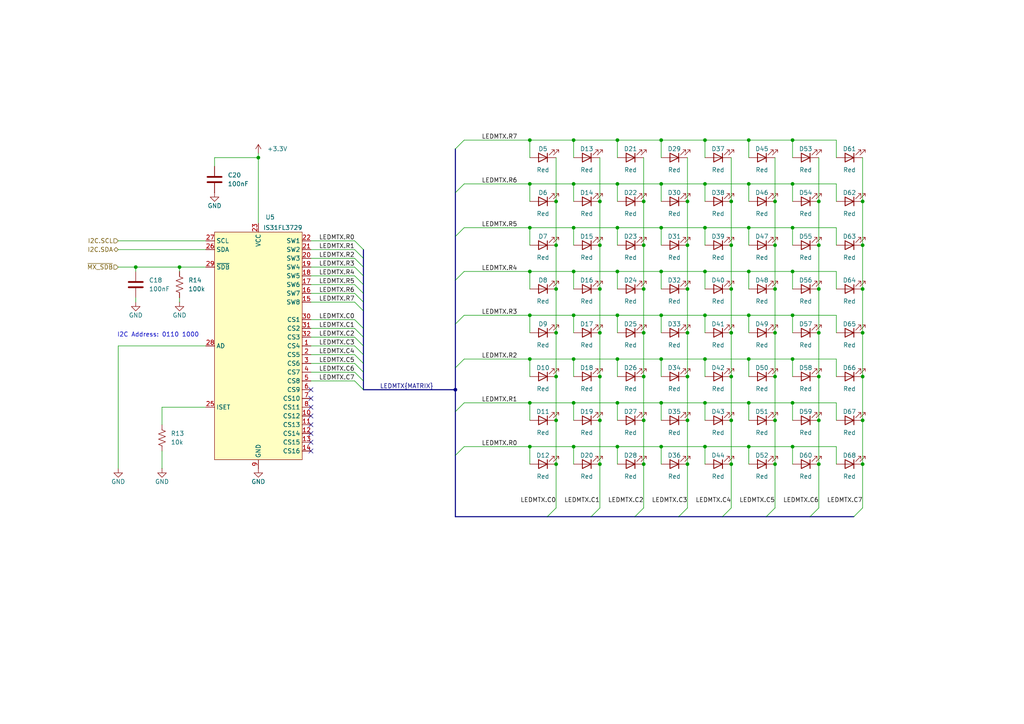
<source format=kicad_sch>
(kicad_sch (version 20250114) (generator "eeschema") (generator_version "9.0")
  (paper "A4")
  (title_block (title "LED Matrix") (date "2025-04-27") (rev "A") (company "George Sleen"))
  (bus_alias "MATRIX" (members "C[0..7]" "R[0..7]"))
  (text_box "I2C Address: 0110 1000" (at 33.02 95.25 0) (size 26.67 3.81) (margins 0.9525 0.9525 0.9525 0.9525) (stroke (width -0.0001)) (effects (font (size 1.27 1.27)) (justify left top)))
  (junction (at 161.29 134.62))
  (junction (at 191.77 91.44))
  (junction (at 237.49 96.52))
  (junction (at 191.77 78.74))
  (junction (at 229.87 66.04))
  (junction (at 166.37 104.14))
  (junction (at 179.07 78.74))
  (junction (at 204.47 40.64))
  (junction (at 186.69 134.62))
  (junction (at 191.77 40.64))
  (junction (at 132.08 113.03))
  (junction (at 229.87 53.34))
  (junction (at 173.99 58.42))
  (junction (at 191.77 129.54))
  (junction (at 173.99 109.22))
  (junction (at 186.69 58.42))
  (junction (at 191.77 66.04))
  (junction (at 153.67 40.64))
  (junction (at 179.07 116.84))
  (junction (at 229.87 91.44))
  (junction (at 166.37 66.04))
  (junction (at 217.17 78.74))
  (junction (at 250.19 58.42))
  (junction (at 204.47 78.74))
  (junction (at 224.79 96.52))
  (junction (at 217.17 53.34))
  (junction (at 212.09 71.12))
  (junction (at 166.37 129.54))
  (junction (at 204.47 91.44))
  (junction (at 179.07 91.44))
  (junction (at 161.29 121.92))
  (junction (at 229.87 129.54))
  (junction (at 153.67 91.44))
  (junction (at 217.17 40.64))
  (junction (at 237.49 71.12))
  (junction (at 212.09 121.92))
  (junction (at 250.19 134.62))
  (junction (at 224.79 134.62))
  (junction (at 212.09 58.42))
  (junction (at 153.67 104.14))
  (junction (at 199.39 121.92))
  (junction (at 191.77 116.84))
  (junction (at 191.77 104.14))
  (junction (at 224.79 83.82))
  (junction (at 173.99 96.52))
  (junction (at 212.09 134.62))
  (junction (at 166.37 53.34))
  (junction (at 199.39 109.22))
  (junction (at 52.07 77.47))
  (junction (at 204.47 104.14))
  (junction (at 212.09 109.22))
  (junction (at 212.09 83.82))
  (junction (at 173.99 121.92))
  (junction (at 161.29 58.42))
  (junction (at 179.07 104.14))
  (junction (at 199.39 58.42))
  (junction (at 199.39 71.12))
  (junction (at 250.19 71.12))
  (junction (at 199.39 96.52))
  (junction (at 237.49 109.22))
  (junction (at 39.37 77.47))
  (junction (at 161.29 96.52))
  (junction (at 166.37 91.44))
  (junction (at 204.47 116.84))
  (junction (at 166.37 116.84))
  (junction (at 186.69 96.52))
  (junction (at 237.49 121.92))
  (junction (at 217.17 129.54))
  (junction (at 173.99 134.62))
  (junction (at 186.69 71.12))
  (junction (at 217.17 116.84))
  (junction (at 173.99 83.82))
  (junction (at 229.87 116.84))
  (junction (at 161.29 109.22))
  (junction (at 166.37 78.74))
  (junction (at 237.49 58.42))
  (junction (at 153.67 129.54))
  (junction (at 224.79 109.22))
  (junction (at 199.39 134.62))
  (junction (at 153.67 53.34))
  (junction (at 191.77 53.34))
  (junction (at 186.69 109.22))
  (junction (at 229.87 104.14))
  (junction (at 250.19 121.92))
  (junction (at 229.87 78.74))
  (junction (at 237.49 83.82))
  (junction (at 186.69 121.92))
  (junction (at 250.19 83.82))
  (junction (at 179.07 129.54))
  (junction (at 153.67 116.84))
  (junction (at 199.39 83.82))
  (junction (at 224.79 71.12))
  (junction (at 186.69 83.82))
  (junction (at 224.79 121.92))
  (junction (at 217.17 66.04))
  (junction (at 224.79 58.42))
  (junction (at 179.07 40.64))
  (junction (at 179.07 66.04))
  (junction (at 212.09 96.52))
  (junction (at 161.29 83.82))
  (junction (at 250.19 96.52))
  (junction (at 204.47 66.04))
  (junction (at 153.67 66.04))
  (junction (at 250.19 109.22))
  (junction (at 237.49 134.62))
  (junction (at 179.07 53.34))
  (junction (at 153.67 78.74))
  (junction (at 217.17 91.44))
  (junction (at 204.47 129.54))
  (junction (at 204.47 53.34))
  (junction (at 229.87 40.64))
  (junction (at 74.93 45.72))
  (junction (at 161.29 71.12))
  (junction (at 166.37 40.64))
  (junction (at 217.17 104.14))
  (junction (at 173.99 71.12))
  (no_connect (at 90.17 123.19))
  (no_connect (at 90.17 130.81))
  (no_connect (at 90.17 120.65))
  (no_connect (at 90.17 128.27))
  (no_connect (at 90.17 115.57))
  (no_connect (at 90.17 125.73))
  (no_connect (at 90.17 118.11))
  (no_connect (at 90.17 113.03))
  (bus_entry (at 158.75 149.86) (size 2.54 -2.54))
  (bus_entry (at 132.08 106.68) (size 2.54 -2.54))
  (bus_entry (at 102.87 97.79) (size 2.54 2.54))
  (bus_entry (at 102.87 87.63) (size 2.54 2.54))
  (bus_entry (at 102.87 77.47) (size 2.54 2.54))
  (bus_entry (at 222.25 149.86) (size 2.54 -2.54))
  (bus_entry (at 102.87 80.01) (size 2.54 2.54))
  (bus_entry (at 234.95 149.86) (size 2.54 -2.54))
  (bus_entry (at 102.87 105.41) (size 2.54 2.54))
  (bus_entry (at 171.45 149.86) (size 2.54 -2.54))
  (bus_entry (at 102.87 72.39) (size 2.54 2.54))
  (bus_entry (at 102.87 85.09) (size 2.54 2.54))
  (bus_entry (at 132.08 81.28) (size 2.54 -2.54))
  (bus_entry (at 102.87 95.25) (size 2.54 2.54))
  (bus_entry (at 132.08 119.38) (size 2.54 -2.54))
  (bus_entry (at 102.87 69.85) (size 2.54 2.54))
  (bus_entry (at 196.85 149.86) (size 2.54 -2.54))
  (bus_entry (at 102.87 100.33) (size 2.54 2.54))
  (bus_entry (at 247.65 149.86) (size 2.54 -2.54))
  (bus_entry (at 102.87 74.93) (size 2.54 2.54))
  (bus_entry (at 102.87 82.55) (size 2.54 2.54))
  (bus_entry (at 132.08 68.58) (size 2.54 -2.54))
  (bus_entry (at 209.55 149.86) (size 2.54 -2.54))
  (bus_entry (at 102.87 110.49) (size 2.54 2.54))
  (bus_entry (at 102.87 92.71) (size 2.54 2.54))
  (bus_entry (at 132.08 93.98) (size 2.54 -2.54))
  (bus_entry (at 184.15 149.86) (size 2.54 -2.54))
  (bus_entry (at 132.08 132.08) (size 2.54 -2.54))
  (bus_entry (at 132.08 43.18) (size 2.54 -2.54))
  (bus_entry (at 132.08 55.88) (size 2.54 -2.54))
  (bus_entry (at 102.87 102.87) (size 2.54 2.54))
  (bus_entry (at 102.87 107.95) (size 2.54 2.54))
  (wire (pts (xy 237.49 71.12) (xy 237.49 83.82)))
  (wire (pts (xy 179.07 116.84) (xy 191.77 116.84)))
  (wire (pts (xy 224.79 83.82) (xy 224.79 96.52)))
  (wire (pts (xy 161.29 121.92) (xy 161.29 134.62)))
  (wire (pts (xy 191.77 104.14) (xy 204.47 104.14)))
  (wire (pts (xy 217.17 58.42) (xy 217.17 53.34)))
  (wire (pts (xy 34.29 77.47) (xy 39.37 77.47)))
  (wire (pts (xy 179.07 53.34) (xy 179.07 58.42)))
  (wire (pts (xy 217.17 71.12) (xy 217.17 66.04)))
  (wire (pts (xy 199.39 134.62) (xy 199.39 147.32)))
  (bus (pts (xy 105.41 72.39) (xy 105.41 74.93)))
  (wire (pts (xy 212.09 121.92) (xy 212.09 134.62)))
  (wire (pts (xy 161.29 83.82) (xy 161.29 96.52)))
  (wire (pts (xy 237.49 134.62) (xy 237.49 147.32)))
  (wire (pts (xy 166.37 91.44) (xy 179.07 91.44)))
  (wire (pts (xy 199.39 83.82) (xy 199.39 96.52)))
  (wire (pts (xy 191.77 129.54) (xy 191.77 134.62)))
  (bus (pts (xy 105.41 74.93) (xy 105.41 77.47)))
  (wire (pts (xy 102.87 105.41) (xy 90.17 105.41)))
  (wire (pts (xy 166.37 116.84) (xy 179.07 116.84)))
  (bus (pts (xy 209.55 149.86) (xy 222.25 149.86)))
  (wire (pts (xy 153.67 40.64) (xy 166.37 40.64)))
  (bus (pts (xy 132.08 68.58) (xy 132.08 81.28)))
  (wire (pts (xy 212.09 45.72) (xy 212.09 58.42)))
  (wire (pts (xy 52.07 78.74) (xy 52.07 77.47)))
  (bus (pts (xy 171.45 149.86) (xy 184.15 149.86)))
  (wire (pts (xy 179.07 66.04) (xy 179.07 71.12)))
  (wire (pts (xy 153.67 129.54) (xy 166.37 129.54)))
  (wire (pts (xy 204.47 121.92) (xy 204.47 116.84)))
  (wire (pts (xy 204.47 129.54) (xy 217.17 129.54)))
  (wire (pts (xy 166.37 66.04) (xy 179.07 66.04)))
  (wire (pts (xy 229.87 134.62) (xy 229.87 129.54)))
  (wire (pts (xy 34.29 72.39) (xy 59.69 72.39)))
  (wire (pts (xy 191.77 53.34) (xy 191.77 58.42)))
  (wire (pts (xy 186.69 71.12) (xy 186.69 83.82)))
  (wire (pts (xy 199.39 109.22) (xy 199.39 121.92)))
  (wire (pts (xy 102.87 95.25) (xy 90.17 95.25)))
  (wire (pts (xy 186.69 109.22) (xy 186.69 121.92)))
  (wire (pts (xy 217.17 40.64) (xy 229.87 40.64)))
  (wire (pts (xy 153.67 66.04) (xy 166.37 66.04)))
  (wire (pts (xy 153.67 116.84) (xy 153.67 121.92)))
  (bus (pts (xy 132.08 81.28) (xy 132.08 93.98)))
  (wire (pts (xy 153.67 78.74) (xy 153.67 83.82)))
  (bus (pts (xy 105.41 90.17) (xy 105.41 95.25)))
  (wire (pts (xy 166.37 78.74) (xy 166.37 83.82)))
  (wire (pts (xy 39.37 87.63) (xy 39.37 86.36)))
  (wire (pts (xy 217.17 121.92) (xy 217.17 116.84)))
  (bus (pts (xy 132.08 132.08) (xy 132.08 149.86)))
  (bus (pts (xy 105.41 80.01) (xy 105.41 82.55)))
  (wire (pts (xy 173.99 58.42) (xy 173.99 71.12)))
  (wire (pts (xy 173.99 109.22) (xy 173.99 121.92)))
  (wire (pts (xy 34.29 100.33) (xy 59.69 100.33)))
  (wire (pts (xy 191.77 66.04) (xy 191.77 71.12)))
  (wire (pts (xy 39.37 77.47) (xy 52.07 77.47)))
  (wire (pts (xy 204.47 71.12) (xy 204.47 66.04)))
  (wire (pts (xy 191.77 40.64) (xy 191.77 45.72)))
  (wire (pts (xy 217.17 96.52) (xy 217.17 91.44)))
  (wire (pts (xy 217.17 53.34) (xy 229.87 53.34)))
  (wire (pts (xy 46.99 118.11) (xy 46.99 123.19)))
  (wire (pts (xy 166.37 66.04) (xy 166.37 71.12)))
  (wire (pts (xy 199.39 58.42) (xy 199.39 71.12)))
  (wire (pts (xy 161.29 109.22) (xy 161.29 121.92)))
  (wire (pts (xy 199.39 71.12) (xy 199.39 83.82)))
  (wire (pts (xy 229.87 121.92) (xy 229.87 116.84)))
  (wire (pts (xy 212.09 71.12) (xy 212.09 83.82)))
  (wire (pts (xy 134.62 66.04) (xy 153.67 66.04)))
  (wire (pts (xy 229.87 71.12) (xy 229.87 66.04)))
  (wire (pts (xy 173.99 134.62) (xy 173.99 147.32)))
  (wire (pts (xy 242.57 53.34) (xy 242.57 58.42)))
  (wire (pts (xy 173.99 121.92) (xy 173.99 134.62)))
  (wire (pts (xy 102.87 97.79) (xy 90.17 97.79)))
  (wire (pts (xy 134.62 53.34) (xy 153.67 53.34)))
  (wire (pts (xy 179.07 104.14) (xy 179.07 109.22)))
  (wire (pts (xy 250.19 134.62) (xy 250.19 147.32)))
  (wire (pts (xy 191.77 104.14) (xy 191.77 109.22)))
  (bus (pts (xy 132.08 113.03) (xy 132.08 119.38)))
  (wire (pts (xy 186.69 134.62) (xy 186.69 147.32)))
  (wire (pts (xy 102.87 107.95) (xy 90.17 107.95)))
  (bus (pts (xy 132.08 149.86) (xy 158.75 149.86)))
  (wire (pts (xy 250.19 109.22) (xy 250.19 121.92)))
  (wire (pts (xy 153.67 91.44) (xy 153.67 96.52)))
  (wire (pts (xy 217.17 129.54) (xy 229.87 129.54)))
  (wire (pts (xy 161.29 58.42) (xy 161.29 71.12)))
  (wire (pts (xy 191.77 116.84) (xy 191.77 121.92)))
  (wire (pts (xy 52.07 77.47) (xy 59.69 77.47)))
  (wire (pts (xy 199.39 96.52) (xy 199.39 109.22)))
  (wire (pts (xy 237.49 45.72) (xy 237.49 58.42)))
  (wire (pts (xy 242.57 78.74) (xy 242.57 83.82)))
  (wire (pts (xy 204.47 83.82) (xy 204.47 78.74)))
  (wire (pts (xy 191.77 78.74) (xy 204.47 78.74)))
  (bus (pts (xy 132.08 106.68) (xy 132.08 113.03)))
  (wire (pts (xy 134.62 40.64) (xy 153.67 40.64)))
  (wire (pts (xy 191.77 78.74) (xy 191.77 83.82)))
  (wire (pts (xy 179.07 91.44) (xy 179.07 96.52)))
  (bus (pts (xy 132.08 43.18) (xy 132.08 55.88)))
  (wire (pts (xy 217.17 104.14) (xy 229.87 104.14)))
  (wire (pts (xy 191.77 66.04) (xy 204.47 66.04)))
  (wire (pts (xy 102.87 102.87) (xy 90.17 102.87)))
  (wire (pts (xy 229.87 66.04) (xy 242.57 66.04)))
  (wire (pts (xy 179.07 53.34) (xy 191.77 53.34)))
  (wire (pts (xy 204.47 53.34) (xy 217.17 53.34)))
  (wire (pts (xy 173.99 45.72) (xy 173.99 58.42)))
  (wire (pts (xy 102.87 87.63) (xy 90.17 87.63)))
  (wire (pts (xy 191.77 91.44) (xy 204.47 91.44)))
  (wire (pts (xy 179.07 78.74) (xy 179.07 83.82)))
  (bus (pts (xy 105.41 102.87) (xy 105.41 105.41)))
  (wire (pts (xy 186.69 121.92) (xy 186.69 134.62)))
  (wire (pts (xy 161.29 96.52) (xy 161.29 109.22)))
  (wire (pts (xy 62.23 45.72) (xy 74.93 45.72)))
  (wire (pts (xy 153.67 78.74) (xy 166.37 78.74)))
  (wire (pts (xy 217.17 45.72) (xy 217.17 40.64)))
  (wire (pts (xy 229.87 58.42) (xy 229.87 53.34)))
  (bus (pts (xy 105.41 77.47) (xy 105.41 80.01)))
  (wire (pts (xy 102.87 77.47) (xy 90.17 77.47)))
  (wire (pts (xy 166.37 104.14) (xy 166.37 109.22)))
  (bus (pts (xy 105.41 110.49) (xy 105.41 113.03)))
  (wire (pts (xy 224.79 121.92) (xy 224.79 134.62)))
  (wire (pts (xy 204.47 58.42) (xy 204.47 53.34)))
  (wire (pts (xy 186.69 58.42) (xy 186.69 71.12)))
  (wire (pts (xy 179.07 40.64) (xy 179.07 45.72)))
  (bus (pts (xy 222.25 149.86) (xy 234.95 149.86)))
  (wire (pts (xy 186.69 83.82) (xy 186.69 96.52)))
  (wire (pts (xy 217.17 66.04) (xy 229.87 66.04)))
  (wire (pts (xy 186.69 45.72) (xy 186.69 58.42)))
  (wire (pts (xy 34.29 100.33) (xy 34.29 135.89)))
  (wire (pts (xy 102.87 85.09) (xy 90.17 85.09)))
  (wire (pts (xy 153.67 129.54) (xy 153.67 134.62)))
  (wire (pts (xy 217.17 134.62) (xy 217.17 129.54)))
  (wire (pts (xy 74.93 45.72) (xy 74.93 64.77)))
  (wire (pts (xy 161.29 134.62) (xy 161.29 147.32)))
  (wire (pts (xy 134.62 129.54) (xy 153.67 129.54)))
  (wire (pts (xy 52.07 87.63) (xy 52.07 86.36)))
  (bus (pts (xy 132.08 93.98) (xy 132.08 106.68)))
  (wire (pts (xy 46.99 118.11) (xy 59.69 118.11)))
  (wire (pts (xy 229.87 53.34) (xy 242.57 53.34)))
  (wire (pts (xy 102.87 82.55) (xy 90.17 82.55)))
  (wire (pts (xy 166.37 91.44) (xy 166.37 96.52)))
  (wire (pts (xy 102.87 100.33) (xy 90.17 100.33)))
  (wire (pts (xy 102.87 80.01) (xy 90.17 80.01)))
  (wire (pts (xy 204.47 91.44) (xy 217.17 91.44)))
  (wire (pts (xy 153.67 104.14) (xy 166.37 104.14)))
  (wire (pts (xy 204.47 104.14) (xy 217.17 104.14)))
  (wire (pts (xy 242.57 66.04) (xy 242.57 71.12)))
  (wire (pts (xy 34.29 69.85) (xy 59.69 69.85)))
  (bus (pts (xy 105.41 100.33) (xy 105.41 102.87)))
  (wire (pts (xy 166.37 40.64) (xy 166.37 45.72)))
  (bus (pts (xy 132.08 55.88) (xy 132.08 68.58)))
  (bus (pts (xy 105.41 97.79) (xy 105.41 100.33)))
  (wire (pts (xy 229.87 116.84) (xy 242.57 116.84)))
  (wire (pts (xy 229.87 96.52) (xy 229.87 91.44)))
  (wire (pts (xy 179.07 104.14) (xy 191.77 104.14)))
  (wire (pts (xy 242.57 129.54) (xy 242.57 134.62)))
  (wire (pts (xy 224.79 134.62) (xy 224.79 147.32)))
  (bus (pts (xy 158.75 149.86) (xy 171.45 149.86)))
  (wire (pts (xy 153.67 91.44) (xy 166.37 91.44)))
  (wire (pts (xy 166.37 116.84) (xy 166.37 121.92)))
  (wire (pts (xy 134.62 104.14) (xy 153.67 104.14)))
  (wire (pts (xy 224.79 96.52) (xy 224.79 109.22)))
  (wire (pts (xy 212.09 134.62) (xy 212.09 147.32)))
  (wire (pts (xy 229.87 104.14) (xy 242.57 104.14)))
  (wire (pts (xy 134.62 116.84) (xy 153.67 116.84)))
  (wire (pts (xy 39.37 78.74) (xy 39.37 77.47)))
  (wire (pts (xy 191.77 129.54) (xy 204.47 129.54)))
  (wire (pts (xy 229.87 109.22) (xy 229.87 104.14)))
  (wire (pts (xy 229.87 129.54) (xy 242.57 129.54)))
  (wire (pts (xy 229.87 40.64) (xy 242.57 40.64)))
  (wire (pts (xy 237.49 96.52) (xy 237.49 109.22)))
  (wire (pts (xy 237.49 83.82) (xy 237.49 96.52)))
  (wire (pts (xy 166.37 129.54) (xy 166.37 134.62)))
  (wire (pts (xy 242.57 104.14) (xy 242.57 109.22)))
  (wire (pts (xy 217.17 109.22) (xy 217.17 104.14)))
  (wire (pts (xy 179.07 78.74) (xy 191.77 78.74)))
  (wire (pts (xy 62.23 45.72) (xy 62.23 48.26)))
  (wire (pts (xy 229.87 91.44) (xy 242.57 91.44)))
  (bus (pts (xy 105.41 95.25) (xy 105.41 97.79)))
  (bus (pts (xy 105.41 107.95) (xy 105.41 110.49)))
  (wire (pts (xy 199.39 121.92) (xy 199.39 134.62)))
  (wire (pts (xy 173.99 83.82) (xy 173.99 96.52)))
  (bus (pts (xy 105.41 85.09) (xy 105.41 87.63)))
  (wire (pts (xy 166.37 40.64) (xy 179.07 40.64)))
  (bus (pts (xy 105.41 113.03) (xy 132.08 113.03)))
  (wire (pts (xy 191.77 91.44) (xy 191.77 96.52)))
  (wire (pts (xy 102.87 74.93) (xy 90.17 74.93)))
  (wire (pts (xy 191.77 116.84) (xy 204.47 116.84)))
  (wire (pts (xy 204.47 134.62) (xy 204.47 129.54)))
  (wire (pts (xy 250.19 83.82) (xy 250.19 96.52)))
  (wire (pts (xy 217.17 116.84) (xy 229.87 116.84)))
  (wire (pts (xy 179.07 91.44) (xy 191.77 91.44)))
  (wire (pts (xy 153.67 53.34) (xy 166.37 53.34)))
  (wire (pts (xy 153.67 116.84) (xy 166.37 116.84)))
  (wire (pts (xy 134.62 78.74) (xy 153.67 78.74)))
  (wire (pts (xy 166.37 53.34) (xy 166.37 58.42)))
  (wire (pts (xy 102.87 69.85) (xy 90.17 69.85)))
  (bus (pts (xy 234.95 149.86) (xy 247.65 149.86)))
  (wire (pts (xy 166.37 104.14) (xy 179.07 104.14)))
  (wire (pts (xy 224.79 109.22) (xy 224.79 121.92)))
  (wire (pts (xy 204.47 40.64) (xy 217.17 40.64)))
  (wire (pts (xy 161.29 45.72) (xy 161.29 58.42)))
  (wire (pts (xy 250.19 121.92) (xy 250.19 134.62)))
  (wire (pts (xy 212.09 96.52) (xy 212.09 109.22)))
  (wire (pts (xy 229.87 83.82) (xy 229.87 78.74)))
  (wire (pts (xy 179.07 129.54) (xy 191.77 129.54)))
  (bus (pts (xy 105.41 82.55) (xy 105.41 85.09)))
  (wire (pts (xy 173.99 96.52) (xy 173.99 109.22)))
  (wire (pts (xy 179.07 66.04) (xy 191.77 66.04)))
  (wire (pts (xy 229.87 45.72) (xy 229.87 40.64)))
  (wire (pts (xy 204.47 78.74) (xy 217.17 78.74)))
  (wire (pts (xy 212.09 58.42) (xy 212.09 71.12)))
  (wire (pts (xy 217.17 78.74) (xy 229.87 78.74)))
  (wire (pts (xy 224.79 71.12) (xy 224.79 83.82)))
  (wire (pts (xy 199.39 45.72) (xy 199.39 58.42)))
  (bus (pts (xy 132.08 119.38) (xy 132.08 132.08)))
  (wire (pts (xy 217.17 83.82) (xy 217.17 78.74)))
  (wire (pts (xy 212.09 109.22) (xy 212.09 121.92)))
  (wire (pts (xy 46.99 135.89) (xy 46.99 130.81)))
  (wire (pts (xy 102.87 72.39) (xy 90.17 72.39)))
  (wire (pts (xy 204.47 116.84) (xy 217.17 116.84)))
  (wire (pts (xy 153.67 104.14) (xy 153.67 109.22)))
  (wire (pts (xy 237.49 121.92) (xy 237.49 134.62)))
  (wire (pts (xy 179.07 40.64) (xy 191.77 40.64)))
  (wire (pts (xy 153.67 66.04) (xy 153.67 71.12)))
  (wire (pts (xy 204.47 45.72) (xy 204.47 40.64)))
  (wire (pts (xy 224.79 45.72) (xy 224.79 58.42)))
  (wire (pts (xy 102.87 92.71) (xy 90.17 92.71)))
  (wire (pts (xy 242.57 116.84) (xy 242.57 121.92)))
  (wire (pts (xy 204.47 109.22) (xy 204.47 104.14)))
  (wire (pts (xy 153.67 40.64) (xy 153.67 45.72)))
  (wire (pts (xy 204.47 66.04) (xy 217.17 66.04)))
  (wire (pts (xy 166.37 53.34) (xy 179.07 53.34)))
  (bus (pts (xy 184.15 149.86) (xy 196.85 149.86)))
  (wire (pts (xy 229.87 78.74) (xy 242.57 78.74)))
  (bus (pts (xy 105.41 105.41) (xy 105.41 107.95)))
  (wire (pts (xy 186.69 96.52) (xy 186.69 109.22)))
  (wire (pts (xy 250.19 71.12) (xy 250.19 83.82)))
  (bus (pts (xy 105.41 87.63) (xy 105.41 90.17)))
  (wire (pts (xy 166.37 129.54) (xy 179.07 129.54)))
  (wire (pts (xy 224.79 58.42) (xy 224.79 71.12)))
  (wire (pts (xy 134.62 91.44) (xy 153.67 91.44)))
  (wire (pts (xy 153.67 53.34) (xy 153.67 58.42)))
  (wire (pts (xy 217.17 91.44) (xy 229.87 91.44)))
  (bus (pts (xy 196.85 149.86) (xy 209.55 149.86)))
  (wire (pts (xy 161.29 71.12) (xy 161.29 83.82)))
  (wire (pts (xy 250.19 96.52) (xy 250.19 109.22)))
  (wire (pts (xy 191.77 40.64) (xy 204.47 40.64)))
  (wire (pts (xy 102.87 110.49) (xy 90.17 110.49)))
  (wire (pts (xy 242.57 40.64) (xy 242.57 45.72)))
  (wire (pts (xy 173.99 71.12) (xy 173.99 83.82)))
  (wire (pts (xy 179.07 129.54) (xy 179.07 134.62)))
  (wire (pts (xy 237.49 109.22) (xy 237.49 121.92)))
  (wire (pts (xy 212.09 83.82) (xy 212.09 96.52)))
  (wire (pts (xy 250.19 58.42) (xy 250.19 71.12)))
  (wire (pts (xy 179.07 116.84) (xy 179.07 121.92)))
  (wire (pts (xy 204.47 96.52) (xy 204.47 91.44)))
  (wire (pts (xy 191.77 53.34) (xy 204.47 53.34)))
  (wire (pts (xy 242.57 91.44) (xy 242.57 96.52)))
  (wire (pts (xy 74.93 44.45) (xy 74.93 45.72)))
  (wire (pts (xy 166.37 78.74) (xy 179.07 78.74)))
  (wire (pts (xy 237.49 58.42) (xy 237.49 71.12)))
  (wire (pts (xy 250.19 45.72) (xy 250.19 58.42)))
  (label "LEDMTX.R5" (at 102.87 82.55 180))
  (label "LEDMTX.R7" (at 139.7 40.64 0))
  (label "LEDMTX.C0" (at 102.87 92.71 180))
  (label "LEDMTX.R1" (at 139.7 116.84 0))
  (label "LEDMTX.R2" (at 139.7 104.14 0))
  (label "LEDMTX.C6" (at 102.87 107.95 180))
  (label "LEDMTX.R3" (at 139.7 91.44 0))
  (label "LEDMTX.C7" (at 102.87 110.49 180))
  (label "LEDMTX.C3" (at 102.87 100.33 180))
  (label "LEDMTX.R1" (at 102.87 72.39 180))
  (label "LEDMTX.R4" (at 102.87 80.01 180))
  (label "LEDMTX.R4" (at 139.7 78.74 0))
  (label "LEDMTX.R6" (at 139.7 53.34 0))
  (label "LEDMTX.C4" (at 212.09 146.05 180))
  (label "LEDMTX.C4" (at 102.87 102.87 180))
  (label "LEDMTX.R7" (at 102.87 87.63 180))
  (label "LEDMTX.R0" (at 139.7 129.54 0))
  (label "LEDMTX.C2" (at 186.69 146.05 180))
  (label "LEDMTX.C1" (at 173.99 146.05 180))
  (label "LEDMTX.C5" (at 224.79 146.05 180))
  (label "LEDMTX.R5" (at 139.7 66.04 0))
  (label "LEDMTX.R0" (at 102.87 69.85 180))
  (label "LEDMTX.R2" (at 102.87 74.93 180))
  (label "LEDMTX.C3" (at 199.39 146.05 180))
  (label "LEDMTX.R6" (at 102.87 85.09 180))
  (label "LEDMTX.C2" (at 102.87 97.79 180))
  (label "LEDMTX.R3" (at 102.87 77.47 180))
  (label "LEDMTX.C1" (at 102.87 95.25 180))
  (label "LEDMTX.C7" (at 250.19 146.05 180))
  (label "LEDMTX.C0" (at 161.29 146.05 180))
  (label "LEDMTX.C6" (at 237.49 146.05 180))
  (label "LEDMTX.C5" (at 102.87 105.41 180))
  (label "LEDMTX{MATRIX}" (at 125.73 113.03 180))
  (hierarchical_label "I2C.SCL" (shape input) (at 34.29 69.85 180))
  (hierarchical_label "I2C.SDA" (shape bidirectional) (at 34.29 72.39 180))
  (hierarchical_label "~{MX_SDB}" (shape input) (at 34.29 77.47 180))
  (symbol (lib_id "GS_Optoelectronic:LED_0402_Red") (at 182.88 71.12 180) (unit 1)
    (property "Reference" "D23" (at 182.88 68.58 0))
    (property "Value" "Red" (at 182.88 74.676 0))
    (property "Footprint" "GS_Optoelectronics:LED_0402_1005Metric" (effects (hide yes)))
    (property "Datasheet" "https://www.lcsc.com/datasheet/lcsc_datasheet_2410121310_XINGLIGHT-XL-1005SURC_C965790.pdf" (effects (hide yes)))
    (property "Description" "Light emitting diode" (effects (hide yes)))
    (property "Sim.Pins" "1=K 2=A" (effects (hide yes)))
    (property "Manufacturer" "XINGLIGHT" (effects (hide yes)))
    (property "Mfr. Part #" "XL-1005SURC" (effects (hide yes)))
    (property "LCSC ID" "C965790" (effects (hide yes)))
    (property "Package" "0402" (effects (hide yes)))
  )
  (symbol (lib_id "GS_Optoelectronic:LED_0402_Red") (at 246.38 109.22 180) (unit 1)
    (property "Reference" "D66" (at 246.38 106.68 0))
    (property "Value" "Red" (at 246.38 112.776 0))
    (property "Footprint" "GS_Optoelectronics:LED_0402_1005Metric" (effects (hide yes)))
    (property "Datasheet" "https://www.lcsc.com/datasheet/lcsc_datasheet_2410121310_XINGLIGHT-XL-1005SURC_C965790.pdf" (effects (hide yes)))
    (property "Description" "Light emitting diode" (effects (hide yes)))
    (property "Sim.Pins" "1=K 2=A" (effects (hide yes)))
    (property "Manufacturer" "XINGLIGHT" (effects (hide yes)))
    (property "Mfr. Part #" "XL-1005SURC" (effects (hide yes)))
    (property "LCSC ID" "C965790" (effects (hide yes)))
    (property "Package" "0402" (effects (hide yes)))
  )
  (symbol (lib_id "GS_Optoelectronic:LED_0402_Red") (at 182.88 45.72 180) (unit 1)
    (property "Reference" "D21" (at 182.88 43.18 0))
    (property "Value" "Red" (at 182.88 49.276 0))
    (property "Footprint" "GS_Optoelectronics:LED_0402_1005Metric" (effects (hide yes)))
    (property "Datasheet" "https://www.lcsc.com/datasheet/lcsc_datasheet_2410121310_XINGLIGHT-XL-1005SURC_C965790.pdf" (effects (hide yes)))
    (property "Description" "Light emitting diode" (effects (hide yes)))
    (property "Sim.Pins" "1=K 2=A" (effects (hide yes)))
    (property "Manufacturer" "XINGLIGHT" (effects (hide yes)))
    (property "Mfr. Part #" "XL-1005SURC" (effects (hide yes)))
    (property "LCSC ID" "C965790" (effects (hide yes)))
    (property "Package" "0402" (effects (hide yes)))
  )
  (symbol (lib_id "GS_Capacitor_0402:C_0402_100nF") (at 62.23 52.07 0) (mirror y) (unit 1)
    (property "Reference" "C20" (at 66.04 50.7999 0) (effects (justify right)))
    (property "Value" "100nF" (at 66.04 53.3399 0) (effects (justify right)))
    (property "Footprint" "GS_Capacitors:C_0402_1005Metric" (effects (hide yes)))
    (property "Datasheet" "https://www.lcsc.com/datasheet/lcsc_datasheet_2410121315_CCTC-TCC0402X5R104K160AT_C344189.pdf" (effects (hide yes)))
    (property "Description" "100nF 10% Unpolarized Capacitor, 16V Max Voltage, X5R" (effects (hide yes)))
    (property "Manufacturer" "CCTC" (effects (hide yes)))
    (property "Package" "0402" (effects (hide yes)))
    (property "LCSC ID" "C344189" (effects (hide yes)))
    (property "Mfr. Part #" "TCC0402X5R104K160AT" (effects (hide yes)))
  )
  (symbol (lib_id "GS_Optoelectronic:LED_0402_Red") (at 170.18 71.12 180) (unit 1)
    (property "Reference" "D15" (at 170.18 68.58 0))
    (property "Value" "Red" (at 170.18 74.676 0))
    (property "Footprint" "GS_Optoelectronics:LED_0402_1005Metric" (effects (hide yes)))
    (property "Datasheet" "https://www.lcsc.com/datasheet/lcsc_datasheet_2410121310_XINGLIGHT-XL-1005SURC_C965790.pdf" (effects (hide yes)))
    (property "Description" "Light emitting diode" (effects (hide yes)))
    (property "Sim.Pins" "1=K 2=A" (effects (hide yes)))
    (property "Manufacturer" "XINGLIGHT" (effects (hide yes)))
    (property "Mfr. Part #" "XL-1005SURC" (effects (hide yes)))
    (property "LCSC ID" "C965790" (effects (hide yes)))
    (property "Package" "0402" (effects (hide yes)))
  )
  (symbol (lib_id "GS_Optoelectronic:LED_0402_Red") (at 208.28 71.12 180) (unit 1)
    (property "Reference" "D39" (at 208.28 68.58 0))
    (property "Value" "Red" (at 208.28 74.676 0))
    (property "Footprint" "GS_Optoelectronics:LED_0402_1005Metric" (effects (hide yes)))
    (property "Datasheet" "https://www.lcsc.com/datasheet/lcsc_datasheet_2410121310_XINGLIGHT-XL-1005SURC_C965790.pdf" (effects (hide yes)))
    (property "Description" "Light emitting diode" (effects (hide yes)))
    (property "Sim.Pins" "1=K 2=A" (effects (hide yes)))
    (property "Manufacturer" "XINGLIGHT" (effects (hide yes)))
    (property "Mfr. Part #" "XL-1005SURC" (effects (hide yes)))
    (property "LCSC ID" "C965790" (effects (hide yes)))
    (property "Package" "0402" (effects (hide yes)))
  )
  (symbol (lib_id "GS_Optoelectronic:LED_0402_Red") (at 182.88 83.82 180) (unit 1)
    (property "Reference" "D24" (at 182.88 81.28 0))
    (property "Value" "Red" (at 182.88 87.376 0))
    (property "Footprint" "GS_Optoelectronics:LED_0402_1005Metric" (effects (hide yes)))
    (property "Datasheet" "https://www.lcsc.com/datasheet/lcsc_datasheet_2410121310_XINGLIGHT-XL-1005SURC_C965790.pdf" (effects (hide yes)))
    (property "Description" "Light emitting diode" (effects (hide yes)))
    (property "Sim.Pins" "1=K 2=A" (effects (hide yes)))
    (property "Manufacturer" "XINGLIGHT" (effects (hide yes)))
    (property "Mfr. Part #" "XL-1005SURC" (effects (hide yes)))
    (property "LCSC ID" "C965790" (effects (hide yes)))
    (property "Package" "0402" (effects (hide yes)))
  )
  (symbol (lib_id "GS_Capacitor_0402:C_0402_100nF") (at 39.37 82.55 0) (mirror y) (unit 1)
    (property "Reference" "C18" (at 43.18 81.2799 0) (effects (justify right)))
    (property "Value" "100nF" (at 43.18 83.8199 0) (effects (justify right)))
    (property "Footprint" "GS_Capacitors:C_0402_1005Metric" (effects (hide yes)))
    (property "Datasheet" "https://www.lcsc.com/datasheet/lcsc_datasheet_2410121315_CCTC-TCC0402X5R104K160AT_C344189.pdf" (effects (hide yes)))
    (property "Description" "100nF 10% Unpolarized Capacitor, 16V Max Voltage, X5R" (effects (hide yes)))
    (property "Manufacturer" "CCTC" (effects (hide yes)))
    (property "Package" "0402" (effects (hide yes)))
    (property "LCSC ID" "C344189" (effects (hide yes)))
    (property "Mfr. Part #" "TCC0402X5R104K160AT" (effects (hide yes)))
  )
  (symbol (lib_id "power:GND") (at 74.93 135.89 0) (unit 1)
    (property "Reference" "#PWR063" (effects (hide yes)))
    (property "Value" "GND" (at 74.93 139.7 0))
    (property "Description" "Power symbol creates a global label with name \"GND\" , ground" (effects (hide yes)))
  )
  (symbol (lib_id "GS_Optoelectronic:LED_0402_Red") (at 195.58 71.12 180) (unit 1)
    (property "Reference" "D31" (at 195.58 68.58 0))
    (property "Value" "Red" (at 195.58 74.676 0))
    (property "Footprint" "GS_Optoelectronics:LED_0402_1005Metric" (effects (hide yes)))
    (property "Datasheet" "https://www.lcsc.com/datasheet/lcsc_datasheet_2410121310_XINGLIGHT-XL-1005SURC_C965790.pdf" (effects (hide yes)))
    (property "Description" "Light emitting diode" (effects (hide yes)))
    (property "Sim.Pins" "1=K 2=A" (effects (hide yes)))
    (property "Manufacturer" "XINGLIGHT" (effects (hide yes)))
    (property "Mfr. Part #" "XL-1005SURC" (effects (hide yes)))
    (property "LCSC ID" "C965790" (effects (hide yes)))
    (property "Package" "0402" (effects (hide yes)))
  )
  (symbol (lib_id "GS_Resistor_0402:R_0402_100k") (at 52.07 82.55 0) (unit 1)
    (property "Reference" "R14" (at 54.61 81.2799 0) (effects (justify left)))
    (property "Value" "100k" (at 54.61 83.8199 0) (effects (justify left)))
    (property "Footprint" "GS_Resistors:R_0402_1005Metric" (effects (hide yes)))
    (property "Datasheet" "https://www.lcsc.com/datasheet/lcsc_datasheet_2205131800_VO-SCR0402J100K_C3017514.pdf" (effects (hide yes)))
    (property "Description" "100k 5% Resistor, 62.5mW Max Power, 50V Max Voltage, 100ppm" (effects (hide yes)))
    (property "Manufacturer" "VO" (effects (hide yes)))
    (property "Mfr. Part #" "SCR0402J100K" (effects (hide yes)))
    (property "LCSC ID" "C3017514" (effects (hide yes)))
    (property "Package" "0402" (effects (hide yes)))
  )
  (symbol (lib_id "GS_Optoelectronic:LED_0402_Red") (at 246.38 71.12 180) (unit 1)
    (property "Reference" "D63" (at 246.38 68.58 0))
    (property "Value" "Red" (at 246.38 74.676 0))
    (property "Footprint" "GS_Optoelectronics:LED_0402_1005Metric" (effects (hide yes)))
    (property "Datasheet" "https://www.lcsc.com/datasheet/lcsc_datasheet_2410121310_XINGLIGHT-XL-1005SURC_C965790.pdf" (effects (hide yes)))
    (property "Description" "Light emitting diode" (effects (hide yes)))
    (property "Sim.Pins" "1=K 2=A" (effects (hide yes)))
    (property "Manufacturer" "XINGLIGHT" (effects (hide yes)))
    (property "Mfr. Part #" "XL-1005SURC" (effects (hide yes)))
    (property "LCSC ID" "C965790" (effects (hide yes)))
    (property "Package" "0402" (effects (hide yes)))
  )
  (symbol (lib_id "GS_Optoelectronic:LED_0402_Red") (at 182.88 109.22 180) (unit 1)
    (property "Reference" "D26" (at 182.88 106.68 0))
    (property "Value" "Red" (at 182.88 112.776 0))
    (property "Footprint" "GS_Optoelectronics:LED_0402_1005Metric" (effects (hide yes)))
    (property "Datasheet" "https://www.lcsc.com/datasheet/lcsc_datasheet_2410121310_XINGLIGHT-XL-1005SURC_C965790.pdf" (effects (hide yes)))
    (property "Description" "Light emitting diode" (effects (hide yes)))
    (property "Sim.Pins" "1=K 2=A" (effects (hide yes)))
    (property "Manufacturer" "XINGLIGHT" (effects (hide yes)))
    (property "Mfr. Part #" "XL-1005SURC" (effects (hide yes)))
    (property "LCSC ID" "C965790" (effects (hide yes)))
    (property "Package" "0402" (effects (hide yes)))
  )
  (symbol (lib_id "GS_Optoelectronic:LED_0402_Red") (at 246.38 121.92 180) (unit 1)
    (property "Reference" "D67" (at 246.38 119.38 0))
    (property "Value" "Red" (at 246.38 125.476 0))
    (property "Footprint" "GS_Optoelectronics:LED_0402_1005Metric" (effects (hide yes)))
    (property "Datasheet" "https://www.lcsc.com/datasheet/lcsc_datasheet_2410121310_XINGLIGHT-XL-1005SURC_C965790.pdf" (effects (hide yes)))
    (property "Description" "Light emitting diode" (effects (hide yes)))
    (property "Sim.Pins" "1=K 2=A" (effects (hide yes)))
    (property "Manufacturer" "XINGLIGHT" (effects (hide yes)))
    (property "Mfr. Part #" "XL-1005SURC" (effects (hide yes)))
    (property "LCSC ID" "C965790" (effects (hide yes)))
    (property "Package" "0402" (effects (hide yes)))
  )
  (symbol (lib_id "GS_Optoelectronic:LED_0402_Red") (at 233.68 134.62 180) (unit 1)
    (property "Reference" "D60" (at 233.68 132.08 0))
    (property "Value" "Red" (at 233.68 138.176 0))
    (property "Footprint" "GS_Optoelectronics:LED_0402_1005Metric" (effects (hide yes)))
    (property "Datasheet" "https://www.lcsc.com/datasheet/lcsc_datasheet_2410121310_XINGLIGHT-XL-1005SURC_C965790.pdf" (effects (hide yes)))
    (property "Description" "Light emitting diode" (effects (hide yes)))
    (property "Sim.Pins" "1=K 2=A" (effects (hide yes)))
    (property "Manufacturer" "XINGLIGHT" (effects (hide yes)))
    (property "Mfr. Part #" "XL-1005SURC" (effects (hide yes)))
    (property "LCSC ID" "C965790" (effects (hide yes)))
    (property "Package" "0402" (effects (hide yes)))
  )
  (symbol (lib_id "power:GND") (at 34.29 135.89 0) (unit 1)
    (property "Reference" "#PWR056" (effects (hide yes)))
    (property "Value" "GND" (at 34.29 139.7 0))
    (property "Description" "Power symbol creates a global label with name \"GND\" , ground" (effects (hide yes)))
  )
  (symbol (lib_id "GS_Optoelectronic:LED_0402_Red") (at 157.48 96.52 180) (unit 1)
    (property "Reference" "D9" (at 157.48 93.98 0))
    (property "Value" "Red" (at 157.48 100.076 0))
    (property "Footprint" "GS_Optoelectronics:LED_0402_1005Metric" (effects (hide yes)))
    (property "Datasheet" "https://www.lcsc.com/datasheet/lcsc_datasheet_2410121310_XINGLIGHT-XL-1005SURC_C965790.pdf" (effects (hide yes)))
    (property "Description" "Light emitting diode" (effects (hide yes)))
    (property "Sim.Pins" "1=K 2=A" (effects (hide yes)))
    (property "Manufacturer" "XINGLIGHT" (effects (hide yes)))
    (property "Mfr. Part #" "XL-1005SURC" (effects (hide yes)))
    (property "LCSC ID" "C965790" (effects (hide yes)))
    (property "Package" "0402" (effects (hide yes)))
  )
  (symbol (lib_id "GS_Optoelectronic:LED_0402_Red") (at 233.68 58.42 180) (unit 1)
    (property "Reference" "D54" (at 233.68 55.88 0))
    (property "Value" "Red" (at 233.68 61.976 0))
    (property "Footprint" "GS_Optoelectronics:LED_0402_1005Metric" (effects (hide yes)))
    (property "Datasheet" "https://www.lcsc.com/datasheet/lcsc_datasheet_2410121310_XINGLIGHT-XL-1005SURC_C965790.pdf" (effects (hide yes)))
    (property "Description" "Light emitting diode" (effects (hide yes)))
    (property "Sim.Pins" "1=K 2=A" (effects (hide yes)))
    (property "Manufacturer" "XINGLIGHT" (effects (hide yes)))
    (property "Mfr. Part #" "XL-1005SURC" (effects (hide yes)))
    (property "LCSC ID" "C965790" (effects (hide yes)))
    (property "Package" "0402" (effects (hide yes)))
  )
  (symbol (lib_id "GS_Optoelectronic:LED_0402_Red") (at 170.18 109.22 180) (unit 1)
    (property "Reference" "D18" (at 170.18 106.68 0))
    (property "Value" "Red" (at 170.18 112.776 0))
    (property "Footprint" "GS_Optoelectronics:LED_0402_1005Metric" (effects (hide yes)))
    (property "Datasheet" "https://www.lcsc.com/datasheet/lcsc_datasheet_2410121310_XINGLIGHT-XL-1005SURC_C965790.pdf" (effects (hide yes)))
    (property "Description" "Light emitting diode" (effects (hide yes)))
    (property "Sim.Pins" "1=K 2=A" (effects (hide yes)))
    (property "Manufacturer" "XINGLIGHT" (effects (hide yes)))
    (property "Mfr. Part #" "XL-1005SURC" (effects (hide yes)))
    (property "LCSC ID" "C965790" (effects (hide yes)))
    (property "Package" "0402" (effects (hide yes)))
  )
  (symbol (lib_id "GS_Optoelectronic:LED_0402_Red") (at 220.98 121.92 180) (unit 1)
    (property "Reference" "D51" (at 220.98 119.38 0))
    (property "Value" "Red" (at 220.98 125.476 0))
    (property "Footprint" "GS_Optoelectronics:LED_0402_1005Metric" (effects (hide yes)))
    (property "Datasheet" "https://www.lcsc.com/datasheet/lcsc_datasheet_2410121310_XINGLIGHT-XL-1005SURC_C965790.pdf" (effects (hide yes)))
    (property "Description" "Light emitting diode" (effects (hide yes)))
    (property "Sim.Pins" "1=K 2=A" (effects (hide yes)))
    (property "Manufacturer" "XINGLIGHT" (effects (hide yes)))
    (property "Mfr. Part #" "XL-1005SURC" (effects (hide yes)))
    (property "LCSC ID" "C965790" (effects (hide yes)))
    (property "Package" "0402" (effects (hide yes)))
  )
  (symbol (lib_id "power:GND") (at 52.07 87.63 0) (unit 1)
    (property "Reference" "#PWR060" (effects (hide yes)))
    (property "Value" "GND" (at 52.07 91.44 0))
    (property "Description" "Power symbol creates a global label with name \"GND\" , ground" (effects (hide yes)))
  )
  (symbol (lib_id "GS_Optoelectronic:LED_0402_Red") (at 195.58 45.72 180) (unit 1)
    (property "Reference" "D29" (at 195.58 43.18 0))
    (property "Value" "Red" (at 195.58 49.276 0))
    (property "Footprint" "GS_Optoelectronics:LED_0402_1005Metric" (effects (hide yes)))
    (property "Datasheet" "https://www.lcsc.com/datasheet/lcsc_datasheet_2410121310_XINGLIGHT-XL-1005SURC_C965790.pdf" (effects (hide yes)))
    (property "Description" "Light emitting diode" (effects (hide yes)))
    (property "Sim.Pins" "1=K 2=A" (effects (hide yes)))
    (property "Manufacturer" "XINGLIGHT" (effects (hide yes)))
    (property "Mfr. Part #" "XL-1005SURC" (effects (hide yes)))
    (property "LCSC ID" "C965790" (effects (hide yes)))
    (property "Package" "0402" (effects (hide yes)))
  )
  (symbol (lib_id "GS_Optoelectronic:LED_0402_Red") (at 195.58 134.62 180) (unit 1)
    (property "Reference" "D36" (at 195.58 132.08 0))
    (property "Value" "Red" (at 195.58 138.176 0))
    (property "Footprint" "GS_Optoelectronics:LED_0402_1005Metric" (effects (hide yes)))
    (property "Datasheet" "https://www.lcsc.com/datasheet/lcsc_datasheet_2410121310_XINGLIGHT-XL-1005SURC_C965790.pdf" (effects (hide yes)))
    (property "Description" "Light emitting diode" (effects (hide yes)))
    (property "Sim.Pins" "1=K 2=A" (effects (hide yes)))
    (property "Manufacturer" "XINGLIGHT" (effects (hide yes)))
    (property "Mfr. Part #" "XL-1005SURC" (effects (hide yes)))
    (property "LCSC ID" "C965790" (effects (hide yes)))
    (property "Package" "0402" (effects (hide yes)))
  )
  (symbol (lib_id "GS_Optoelectronic:LED_0402_Red") (at 195.58 121.92 180) (unit 1)
    (property "Reference" "D35" (at 195.58 119.38 0))
    (property "Value" "Red" (at 195.58 125.476 0))
    (property "Footprint" "GS_Optoelectronics:LED_0402_1005Metric" (effects (hide yes)))
    (property "Datasheet" "https://www.lcsc.com/datasheet/lcsc_datasheet_2410121310_XINGLIGHT-XL-1005SURC_C965790.pdf" (effects (hide yes)))
    (property "Description" "Light emitting diode" (effects (hide yes)))
    (property "Sim.Pins" "1=K 2=A" (effects (hide yes)))
    (property "Manufacturer" "XINGLIGHT" (effects (hide yes)))
    (property "Mfr. Part #" "XL-1005SURC" (effects (hide yes)))
    (property "LCSC ID" "C965790" (effects (hide yes)))
    (property "Package" "0402" (effects (hide yes)))
  )
  (symbol (lib_id "GS_Optoelectronic:LED_0402_Red") (at 233.68 96.52 180) (unit 1)
    (property "Reference" "D57" (at 233.68 93.98 0))
    (property "Value" "Red" (at 233.68 100.076 0))
    (property "Footprint" "GS_Optoelectronics:LED_0402_1005Metric" (effects (hide yes)))
    (property "Datasheet" "https://www.lcsc.com/datasheet/lcsc_datasheet_2410121310_XINGLIGHT-XL-1005SURC_C965790.pdf" (effects (hide yes)))
    (property "Description" "Light emitting diode" (effects (hide yes)))
    (property "Sim.Pins" "1=K 2=A" (effects (hide yes)))
    (property "Manufacturer" "XINGLIGHT" (effects (hide yes)))
    (property "Mfr. Part #" "XL-1005SURC" (effects (hide yes)))
    (property "LCSC ID" "C965790" (effects (hide yes)))
    (property "Package" "0402" (effects (hide yes)))
  )
  (symbol (lib_id "GS_Optoelectronic:LED_0402_Red") (at 233.68 109.22 180) (unit 1)
    (property "Reference" "D58" (at 233.68 106.68 0))
    (property "Value" "Red" (at 233.68 112.776 0))
    (property "Footprint" "GS_Optoelectronics:LED_0402_1005Metric" (effects (hide yes)))
    (property "Datasheet" "https://www.lcsc.com/datasheet/lcsc_datasheet_2410121310_XINGLIGHT-XL-1005SURC_C965790.pdf" (effects (hide yes)))
    (property "Description" "Light emitting diode" (effects (hide yes)))
    (property "Sim.Pins" "1=K 2=A" (effects (hide yes)))
    (property "Manufacturer" "XINGLIGHT" (effects (hide yes)))
    (property "Mfr. Part #" "XL-1005SURC" (effects (hide yes)))
    (property "LCSC ID" "C965790" (effects (hide yes)))
    (property "Package" "0402" (effects (hide yes)))
  )
  (symbol (lib_id "GS_Optoelectronic:LED_0402_Red") (at 182.88 134.62 180) (unit 1)
    (property "Reference" "D28" (at 182.88 132.08 0))
    (property "Value" "Red" (at 182.88 138.176 0))
    (property "Footprint" "GS_Optoelectronics:LED_0402_1005Metric" (effects (hide yes)))
    (property "Datasheet" "https://www.lcsc.com/datasheet/lcsc_datasheet_2410121310_XINGLIGHT-XL-1005SURC_C965790.pdf" (effects (hide yes)))
    (property "Description" "Light emitting diode" (effects (hide yes)))
    (property "Sim.Pins" "1=K 2=A" (effects (hide yes)))
    (property "Manufacturer" "XINGLIGHT" (effects (hide yes)))
    (property "Mfr. Part #" "XL-1005SURC" (effects (hide yes)))
    (property "LCSC ID" "C965790" (effects (hide yes)))
    (property "Package" "0402" (effects (hide yes)))
  )
  (symbol (lib_id "GS_Optoelectronic:LED_0402_Red") (at 170.18 134.62 180) (unit 1)
    (property "Reference" "D20" (at 170.18 132.08 0))
    (property "Value" "Red" (at 170.18 138.176 0))
    (property "Footprint" "GS_Optoelectronics:LED_0402_1005Metric" (effects (hide yes)))
    (property "Datasheet" "https://www.lcsc.com/datasheet/lcsc_datasheet_2410121310_XINGLIGHT-XL-1005SURC_C965790.pdf" (effects (hide yes)))
    (property "Description" "Light emitting diode" (effects (hide yes)))
    (property "Sim.Pins" "1=K 2=A" (effects (hide yes)))
    (property "Manufacturer" "XINGLIGHT" (effects (hide yes)))
    (property "Mfr. Part #" "XL-1005SURC" (effects (hide yes)))
    (property "LCSC ID" "C965790" (effects (hide yes)))
    (property "Package" "0402" (effects (hide yes)))
  )
  (symbol (lib_id "GS_Optoelectronic:LED_0402_Red") (at 208.28 134.62 180) (unit 1)
    (property "Reference" "D44" (at 208.28 132.08 0))
    (property "Value" "Red" (at 208.28 138.176 0))
    (property "Footprint" "GS_Optoelectronics:LED_0402_1005Metric" (effects (hide yes)))
    (property "Datasheet" "https://www.lcsc.com/datasheet/lcsc_datasheet_2410121310_XINGLIGHT-XL-1005SURC_C965790.pdf" (effects (hide yes)))
    (property "Description" "Light emitting diode" (effects (hide yes)))
    (property "Sim.Pins" "1=K 2=A" (effects (hide yes)))
    (property "Manufacturer" "XINGLIGHT" (effects (hide yes)))
    (property "Mfr. Part #" "XL-1005SURC" (effects (hide yes)))
    (property "LCSC ID" "C965790" (effects (hide yes)))
    (property "Package" "0402" (effects (hide yes)))
  )
  (symbol (lib_id "GS_Optoelectronic:LED_0402_Red") (at 170.18 45.72 180) (unit 1)
    (property "Reference" "D13" (at 170.18 43.18 0))
    (property "Value" "Red" (at 170.18 49.276 0))
    (property "Footprint" "GS_Optoelectronics:LED_0402_1005Metric" (effects (hide yes)))
    (property "Datasheet" "https://www.lcsc.com/datasheet/lcsc_datasheet_2410121310_XINGLIGHT-XL-1005SURC_C965790.pdf" (effects (hide yes)))
    (property "Description" "Light emitting diode" (effects (hide yes)))
    (property "Sim.Pins" "1=K 2=A" (effects (hide yes)))
    (property "Manufacturer" "XINGLIGHT" (effects (hide yes)))
    (property "Mfr. Part #" "XL-1005SURC" (effects (hide yes)))
    (property "LCSC ID" "C965790" (effects (hide yes)))
    (property "Package" "0402" (effects (hide yes)))
  )
  (symbol (lib_id "GS_Optoelectronic:LED_0402_Red") (at 195.58 83.82 180) (unit 1)
    (property "Reference" "D32" (at 195.58 81.28 0))
    (property "Value" "Red" (at 195.58 87.376 0))
    (property "Footprint" "GS_Optoelectronics:LED_0402_1005Metric" (effects (hide yes)))
    (property "Datasheet" "https://www.lcsc.com/datasheet/lcsc_datasheet_2410121310_XINGLIGHT-XL-1005SURC_C965790.pdf" (effects (hide yes)))
    (property "Description" "Light emitting diode" (effects (hide yes)))
    (property "Sim.Pins" "1=K 2=A" (effects (hide yes)))
    (property "Manufacturer" "XINGLIGHT" (effects (hide yes)))
    (property "Mfr. Part #" "XL-1005SURC" (effects (hide yes)))
    (property "LCSC ID" "C965790" (effects (hide yes)))
    (property "Package" "0402" (effects (hide yes)))
  )
  (symbol (lib_id "GS_Optoelectronic:LED_0402_Red") (at 246.38 83.82 180) (unit 1)
    (property "Reference" "D64" (at 246.38 81.28 0))
    (property "Value" "Red" (at 246.38 87.376 0))
    (property "Footprint" "GS_Optoelectronics:LED_0402_1005Metric" (effects (hide yes)))
    (property "Datasheet" "https://www.lcsc.com/datasheet/lcsc_datasheet_2410121310_XINGLIGHT-XL-1005SURC_C965790.pdf" (effects (hide yes)))
    (property "Description" "Light emitting diode" (effects (hide yes)))
    (property "Sim.Pins" "1=K 2=A" (effects (hide yes)))
    (property "Manufacturer" "XINGLIGHT" (effects (hide yes)))
    (property "Mfr. Part #" "XL-1005SURC" (effects (hide yes)))
    (property "LCSC ID" "C965790" (effects (hide yes)))
    (property "Package" "0402" (effects (hide yes)))
  )
  (symbol (lib_id "GS_Optoelectronic:LED_0402_Red") (at 157.48 83.82 180) (unit 1)
    (property "Reference" "D8" (at 157.48 81.28 0))
    (property "Value" "Red" (at 157.48 87.376 0))
    (property "Footprint" "GS_Optoelectronics:LED_0402_1005Metric" (effects (hide yes)))
    (property "Datasheet" "https://www.lcsc.com/datasheet/lcsc_datasheet_2410121310_XINGLIGHT-XL-1005SURC_C965790.pdf" (effects (hide yes)))
    (property "Description" "Light emitting diode" (effects (hide yes)))
    (property "Sim.Pins" "1=K 2=A" (effects (hide yes)))
    (property "Manufacturer" "XINGLIGHT" (effects (hide yes)))
    (property "Mfr. Part #" "XL-1005SURC" (effects (hide yes)))
    (property "LCSC ID" "C965790" (effects (hide yes)))
    (property "Package" "0402" (effects (hide yes)))
  )
  (symbol (lib_id "GS_Optoelectronic:LED_0402_Red") (at 220.98 83.82 180) (unit 1)
    (property "Reference" "D48" (at 220.98 81.28 0))
    (property "Value" "Red" (at 220.98 87.376 0))
    (property "Footprint" "GS_Optoelectronics:LED_0402_1005Metric" (effects (hide yes)))
    (property "Datasheet" "https://www.lcsc.com/datasheet/lcsc_datasheet_2410121310_XINGLIGHT-XL-1005SURC_C965790.pdf" (effects (hide yes)))
    (property "Description" "Light emitting diode" (effects (hide yes)))
    (property "Sim.Pins" "1=K 2=A" (effects (hide yes)))
    (property "Manufacturer" "XINGLIGHT" (effects (hide yes)))
    (property "Mfr. Part #" "XL-1005SURC" (effects (hide yes)))
    (property "LCSC ID" "C965790" (effects (hide yes)))
    (property "Package" "0402" (effects (hide yes)))
  )
  (symbol (lib_id "GS_Optoelectronic:LED_0402_Red") (at 233.68 83.82 180) (unit 1)
    (property "Reference" "D56" (at 233.68 81.28 0))
    (property "Value" "Red" (at 233.68 87.376 0))
    (property "Footprint" "GS_Optoelectronics:LED_0402_1005Metric" (effects (hide yes)))
    (property "Datasheet" "https://www.lcsc.com/datasheet/lcsc_datasheet_2410121310_XINGLIGHT-XL-1005SURC_C965790.pdf" (effects (hide yes)))
    (property "Description" "Light emitting diode" (effects (hide yes)))
    (property "Sim.Pins" "1=K 2=A" (effects (hide yes)))
    (property "Manufacturer" "XINGLIGHT" (effects (hide yes)))
    (property "Mfr. Part #" "XL-1005SURC" (effects (hide yes)))
    (property "LCSC ID" "C965790" (effects (hide yes)))
    (property "Package" "0402" (effects (hide yes)))
  )
  (symbol (lib_id "GS_Optoelectronic:LED_0402_Red") (at 208.28 83.82 180) (unit 1)
    (property "Reference" "D40" (at 208.28 81.28 0))
    (property "Value" "Red" (at 208.28 87.376 0))
    (property "Footprint" "GS_Optoelectronics:LED_0402_1005Metric" (effects (hide yes)))
    (property "Datasheet" "https://www.lcsc.com/datasheet/lcsc_datasheet_2410121310_XINGLIGHT-XL-1005SURC_C965790.pdf" (effects (hide yes)))
    (property "Description" "Light emitting diode" (effects (hide yes)))
    (property "Sim.Pins" "1=K 2=A" (effects (hide yes)))
    (property "Manufacturer" "XINGLIGHT" (effects (hide yes)))
    (property "Mfr. Part #" "XL-1005SURC" (effects (hide yes)))
    (property "LCSC ID" "C965790" (effects (hide yes)))
    (property "Package" "0402" (effects (hide yes)))
  )
  (symbol (lib_id "GS_Optoelectronic:LED_0402_Red") (at 182.88 58.42 180) (unit 1)
    (property "Reference" "D22" (at 182.88 55.88 0))
    (property "Value" "Red" (at 182.88 61.976 0))
    (property "Footprint" "GS_Optoelectronics:LED_0402_1005Metric" (effects (hide yes)))
    (property "Datasheet" "https://www.lcsc.com/datasheet/lcsc_datasheet_2410121310_XINGLIGHT-XL-1005SURC_C965790.pdf" (effects (hide yes)))
    (property "Description" "Light emitting diode" (effects (hide yes)))
    (property "Sim.Pins" "1=K 2=A" (effects (hide yes)))
    (property "Manufacturer" "XINGLIGHT" (effects (hide yes)))
    (property "Mfr. Part #" "XL-1005SURC" (effects (hide yes)))
    (property "LCSC ID" "C965790" (effects (hide yes)))
    (property "Package" "0402" (effects (hide yes)))
  )
  (symbol (lib_id "GS_Optoelectronic:LED_0402_Red") (at 246.38 45.72 180) (unit 1)
    (property "Reference" "D61" (at 246.38 43.18 0))
    (property "Value" "Red" (at 246.38 49.276 0))
    (property "Footprint" "GS_Optoelectronics:LED_0402_1005Metric" (effects (hide yes)))
    (property "Datasheet" "https://www.lcsc.com/datasheet/lcsc_datasheet_2410121310_XINGLIGHT-XL-1005SURC_C965790.pdf" (effects (hide yes)))
    (property "Description" "Light emitting diode" (effects (hide yes)))
    (property "Sim.Pins" "1=K 2=A" (effects (hide yes)))
    (property "Manufacturer" "XINGLIGHT" (effects (hide yes)))
    (property "Mfr. Part #" "XL-1005SURC" (effects (hide yes)))
    (property "LCSC ID" "C965790" (effects (hide yes)))
    (property "Package" "0402" (effects (hide yes)))
  )
  (symbol (lib_id "power:GND") (at 39.37 87.63 0) (unit 1)
    (property "Reference" "#PWR057" (effects (hide yes)))
    (property "Value" "GND" (at 39.37 91.44 0))
    (property "Description" "Power symbol creates a global label with name \"GND\" , ground" (effects (hide yes)))
  )
  (symbol (lib_id "GS_Optoelectronic:LED_0402_Red") (at 220.98 134.62 180) (unit 1)
    (property "Reference" "D52" (at 220.98 132.08 0))
    (property "Value" "Red" (at 220.98 138.176 0))
    (property "Footprint" "GS_Optoelectronics:LED_0402_1005Metric" (effects (hide yes)))
    (property "Datasheet" "https://www.lcsc.com/datasheet/lcsc_datasheet_2410121310_XINGLIGHT-XL-1005SURC_C965790.pdf" (effects (hide yes)))
    (property "Description" "Light emitting diode" (effects (hide yes)))
    (property "Sim.Pins" "1=K 2=A" (effects (hide yes)))
    (property "Manufacturer" "XINGLIGHT" (effects (hide yes)))
    (property "Mfr. Part #" "XL-1005SURC" (effects (hide yes)))
    (property "LCSC ID" "C965790" (effects (hide yes)))
    (property "Package" "0402" (effects (hide yes)))
  )
  (symbol (lib_id "GS_Optoelectronic:LED_0402_Red") (at 195.58 58.42 180) (unit 1)
    (property "Reference" "D30" (at 195.58 55.88 0))
    (property "Value" "Red" (at 195.58 61.976 0))
    (property "Footprint" "GS_Optoelectronics:LED_0402_1005Metric" (effects (hide yes)))
    (property "Datasheet" "https://www.lcsc.com/datasheet/lcsc_datasheet_2410121310_XINGLIGHT-XL-1005SURC_C965790.pdf" (effects (hide yes)))
    (property "Description" "Light emitting diode" (effects (hide yes)))
    (property "Sim.Pins" "1=K 2=A" (effects (hide yes)))
    (property "Manufacturer" "XINGLIGHT" (effects (hide yes)))
    (property "Mfr. Part #" "XL-1005SURC" (effects (hide yes)))
    (property "LCSC ID" "C965790" (effects (hide yes)))
    (property "Package" "0402" (effects (hide yes)))
  )
  (symbol (lib_id "GS_LED_Drivers:IS31FL3729") (at 74.93 100.33 0) (unit 1)
    (property "Reference" "U5" (at 76.962 62.992 0) (effects (justify left)))
    (property "Value" "IS31FL3729" (at 82.042 66.04 0))
    (property "Footprint" "Package_DFN_QFN:QFN-32-1EP_4x4mm_P0.4mm_EP2.65x2.65mm" (effects (hide yes)))
    (property "Datasheet" "https://www.lcsc.com/datasheet/lcsc_datasheet_2410121548_ISSI-Integrated-Silicon-Solution-IS31FL3729-QFLS4-TR_C2940549.pdf" (effects (hide yes)))
    (property "Description" "LED Driver 400kHz~1MHz PWM 16 35mA 2.7V~5.5V QFN-32-EP(4x4)" (effects (hide yes)))
    (property "LCSC ID" "C2940549" (effects (hide yes)))
    (property "Manufacturer" "ISSI(Integrated Silicon Solution)" (effects (hide yes)))
    (property "Mfr. Part #" "IS31FL3729-QFLS4-TR" (effects (hide yes)))
    (property "Package" "QFN-32-EP(4x4)" (effects (hide yes)))
  )
  (symbol (lib_id "GS_Optoelectronic:LED_0402_Red") (at 157.48 58.42 180) (unit 1)
    (property "Reference" "D6" (at 157.48 55.88 0))
    (property "Value" "Red" (at 157.48 61.976 0))
    (property "Footprint" "GS_Optoelectronics:LED_0402_1005Metric" (effects (hide yes)))
    (property "Datasheet" "https://www.lcsc.com/datasheet/lcsc_datasheet_2410121310_XINGLIGHT-XL-1005SURC_C965790.pdf" (effects (hide yes)))
    (property "Description" "Light emitting diode" (effects (hide yes)))
    (property "Sim.Pins" "1=K 2=A" (effects (hide yes)))
    (property "Manufacturer" "XINGLIGHT" (effects (hide yes)))
    (property "Mfr. Part #" "XL-1005SURC" (effects (hide yes)))
    (property "LCSC ID" "C965790" (effects (hide yes)))
    (property "Package" "0402" (effects (hide yes)))
  )
  (symbol (lib_id "power:GND") (at 46.99 135.89 0) (unit 1)
    (property "Reference" "#PWR059" (effects (hide yes)))
    (property "Value" "GND" (at 46.99 139.7 0))
    (property "Description" "Power symbol creates a global label with name \"GND\" , ground" (effects (hide yes)))
  )
  (symbol (lib_id "GS_Optoelectronic:LED_0402_Red") (at 246.38 96.52 180) (unit 1)
    (property "Reference" "D65" (at 246.38 93.98 0))
    (property "Value" "Red" (at 246.38 100.076 0))
    (property "Footprint" "GS_Optoelectronics:LED_0402_1005Metric" (effects (hide yes)))
    (property "Datasheet" "https://www.lcsc.com/datasheet/lcsc_datasheet_2410121310_XINGLIGHT-XL-1005SURC_C965790.pdf" (effects (hide yes)))
    (property "Description" "Light emitting diode" (effects (hide yes)))
    (property "Sim.Pins" "1=K 2=A" (effects (hide yes)))
    (property "Manufacturer" "XINGLIGHT" (effects (hide yes)))
    (property "Mfr. Part #" "XL-1005SURC" (effects (hide yes)))
    (property "LCSC ID" "C965790" (effects (hide yes)))
    (property "Package" "0402" (effects (hide yes)))
  )
  (symbol (lib_id "GS_Optoelectronic:LED_0402_Red") (at 220.98 58.42 180) (unit 1)
    (property "Reference" "D46" (at 220.98 55.88 0))
    (property "Value" "Red" (at 220.98 61.976 0))
    (property "Footprint" "GS_Optoelectronics:LED_0402_1005Metric" (effects (hide yes)))
    (property "Datasheet" "https://www.lcsc.com/datasheet/lcsc_datasheet_2410121310_XINGLIGHT-XL-1005SURC_C965790.pdf" (effects (hide yes)))
    (property "Description" "Light emitting diode" (effects (hide yes)))
    (property "Sim.Pins" "1=K 2=A" (effects (hide yes)))
    (property "Manufacturer" "XINGLIGHT" (effects (hide yes)))
    (property "Mfr. Part #" "XL-1005SURC" (effects (hide yes)))
    (property "LCSC ID" "C965790" (effects (hide yes)))
    (property "Package" "0402" (effects (hide yes)))
  )
  (symbol (lib_id "GS_Optoelectronic:LED_0402_Red") (at 220.98 96.52 180) (unit 1)
    (property "Reference" "D49" (at 220.98 93.98 0))
    (property "Value" "Red" (at 220.98 100.076 0))
    (property "Footprint" "GS_Optoelectronics:LED_0402_1005Metric" (effects (hide yes)))
    (property "Datasheet" "https://www.lcsc.com/datasheet/lcsc_datasheet_2410121310_XINGLIGHT-XL-1005SURC_C965790.pdf" (effects (hide yes)))
    (property "Description" "Light emitting diode" (effects (hide yes)))
    (property "Sim.Pins" "1=K 2=A" (effects (hide yes)))
    (property "Manufacturer" "XINGLIGHT" (effects (hide yes)))
    (property "Mfr. Part #" "XL-1005SURC" (effects (hide yes)))
    (property "LCSC ID" "C965790" (effects (hide yes)))
    (property "Package" "0402" (effects (hide yes)))
  )
  (symbol (lib_id "GS_Optoelectronic:LED_0402_Red") (at 208.28 58.42 180) (unit 1)
    (property "Reference" "D38" (at 208.28 55.88 0))
    (property "Value" "Red" (at 208.28 61.976 0))
    (property "Footprint" "GS_Optoelectronics:LED_0402_1005Metric" (effects (hide yes)))
    (property "Datasheet" "https://www.lcsc.com/datasheet/lcsc_datasheet_2410121310_XINGLIGHT-XL-1005SURC_C965790.pdf" (effects (hide yes)))
    (property "Description" "Light emitting diode" (effects (hide yes)))
    (property "Sim.Pins" "1=K 2=A" (effects (hide yes)))
    (property "Manufacturer" "XINGLIGHT" (effects (hide yes)))
    (property "Mfr. Part #" "XL-1005SURC" (effects (hide yes)))
    (property "LCSC ID" "C965790" (effects (hide yes)))
    (property "Package" "0402" (effects (hide yes)))
  )
  (symbol (lib_id "GS_Optoelectronic:LED_0402_Red") (at 220.98 109.22 180) (unit 1)
    (property "Reference" "D50" (at 220.98 106.68 0))
    (property "Value" "Red" (at 220.98 112.776 0))
    (property "Footprint" "GS_Optoelectronics:LED_0402_1005Metric" (effects (hide yes)))
    (property "Datasheet" "https://www.lcsc.com/datasheet/lcsc_datasheet_2410121310_XINGLIGHT-XL-1005SURC_C965790.pdf" (effects (hide yes)))
    (property "Description" "Light emitting diode" (effects (hide yes)))
    (property "Sim.Pins" "1=K 2=A" (effects (hide yes)))
    (property "Manufacturer" "XINGLIGHT" (effects (hide yes)))
    (property "Mfr. Part #" "XL-1005SURC" (effects (hide yes)))
    (property "LCSC ID" "C965790" (effects (hide yes)))
    (property "Package" "0402" (effects (hide yes)))
  )
  (symbol (lib_id "GS_Optoelectronic:LED_0402_Red") (at 246.38 134.62 180) (unit 1)
    (property "Reference" "D68" (at 246.38 132.08 0))
    (property "Value" "Red" (at 246.38 138.176 0))
    (property "Footprint" "GS_Optoelectronics:LED_0402_1005Metric" (effects (hide yes)))
    (property "Datasheet" "https://www.lcsc.com/datasheet/lcsc_datasheet_2410121310_XINGLIGHT-XL-1005SURC_C965790.pdf" (effects (hide yes)))
    (property "Description" "Light emitting diode" (effects (hide yes)))
    (property "Sim.Pins" "1=K 2=A" (effects (hide yes)))
    (property "Manufacturer" "XINGLIGHT" (effects (hide yes)))
    (property "Mfr. Part #" "XL-1005SURC" (effects (hide yes)))
    (property "LCSC ID" "C965790" (effects (hide yes)))
    (property "Package" "0402" (effects (hide yes)))
  )
  (symbol (lib_id "GS_Optoelectronic:LED_0402_Red") (at 170.18 58.42 180) (unit 1)
    (property "Reference" "D14" (at 170.18 55.88 0))
    (property "Value" "Red" (at 170.18 61.976 0))
    (property "Footprint" "GS_Optoelectronics:LED_0402_1005Metric" (effects (hide yes)))
    (property "Datasheet" "https://www.lcsc.com/datasheet/lcsc_datasheet_2410121310_XINGLIGHT-XL-1005SURC_C965790.pdf" (effects (hide yes)))
    (property "Description" "Light emitting diode" (effects (hide yes)))
    (property "Sim.Pins" "1=K 2=A" (effects (hide yes)))
    (property "Manufacturer" "XINGLIGHT" (effects (hide yes)))
    (property "Mfr. Part #" "XL-1005SURC" (effects (hide yes)))
    (property "LCSC ID" "C965790" (effects (hide yes)))
    (property "Package" "0402" (effects (hide yes)))
  )
  (symbol (lib_id "GS_Optoelectronic:LED_0402_Red") (at 182.88 96.52 180) (unit 1)
    (property "Reference" "D25" (at 182.88 93.98 0))
    (property "Value" "Red" (at 182.88 100.076 0))
    (property "Footprint" "GS_Optoelectronics:LED_0402_1005Metric" (effects (hide yes)))
    (property "Datasheet" "https://www.lcsc.com/datasheet/lcsc_datasheet_2410121310_XINGLIGHT-XL-1005SURC_C965790.pdf" (effects (hide yes)))
    (property "Description" "Light emitting diode" (effects (hide yes)))
    (property "Sim.Pins" "1=K 2=A" (effects (hide yes)))
    (property "Manufacturer" "XINGLIGHT" (effects (hide yes)))
    (property "Mfr. Part #" "XL-1005SURC" (effects (hide yes)))
    (property "LCSC ID" "C965790" (effects (hide yes)))
    (property "Package" "0402" (effects (hide yes)))
  )
  (symbol (lib_id "GS_Optoelectronic:LED_0402_Red") (at 208.28 121.92 180) (unit 1)
    (property "Reference" "D43" (at 208.28 119.38 0))
    (property "Value" "Red" (at 208.28 125.476 0))
    (property "Footprint" "GS_Optoelectronics:LED_0402_1005Metric" (effects (hide yes)))
    (property "Datasheet" "https://www.lcsc.com/datasheet/lcsc_datasheet_2410121310_XINGLIGHT-XL-1005SURC_C965790.pdf" (effects (hide yes)))
    (property "Description" "Light emitting diode" (effects (hide yes)))
    (property "Sim.Pins" "1=K 2=A" (effects (hide yes)))
    (property "Manufacturer" "XINGLIGHT" (effects (hide yes)))
    (property "Mfr. Part #" "XL-1005SURC" (effects (hide yes)))
    (property "LCSC ID" "C965790" (effects (hide yes)))
    (property "Package" "0402" (effects (hide yes)))
  )
  (symbol (lib_id "GS_Optoelectronic:LED_0402_Red") (at 195.58 109.22 180) (unit 1)
    (property "Reference" "D34" (at 195.58 106.68 0))
    (property "Value" "Red" (at 195.58 112.776 0))
    (property "Footprint" "GS_Optoelectronics:LED_0402_1005Metric" (effects (hide yes)))
    (property "Datasheet" "https://www.lcsc.com/datasheet/lcsc_datasheet_2410121310_XINGLIGHT-XL-1005SURC_C965790.pdf" (effects (hide yes)))
    (property "Description" "Light emitting diode" (effects (hide yes)))
    (property "Sim.Pins" "1=K 2=A" (effects (hide yes)))
    (property "Manufacturer" "XINGLIGHT" (effects (hide yes)))
    (property "Mfr. Part #" "XL-1005SURC" (effects (hide yes)))
    (property "LCSC ID" "C965790" (effects (hide yes)))
    (property "Package" "0402" (effects (hide yes)))
  )
  (symbol (lib_id "GS_Optoelectronic:LED_0402_Red") (at 208.28 109.22 180) (unit 1)
    (property "Reference" "D42" (at 208.28 106.68 0))
    (property "Value" "Red" (at 208.28 112.776 0))
    (property "Footprint" "GS_Optoelectronics:LED_0402_1005Metric" (effects (hide yes)))
    (property "Datasheet" "https://www.lcsc.com/datasheet/lcsc_datasheet_2410121310_XINGLIGHT-XL-1005SURC_C965790.pdf" (effects (hide yes)))
    (property "Description" "Light emitting diode" (effects (hide yes)))
    (property "Sim.Pins" "1=K 2=A" (effects (hide yes)))
    (property "Manufacturer" "XINGLIGHT" (effects (hide yes)))
    (property "Mfr. Part #" "XL-1005SURC" (effects (hide yes)))
    (property "LCSC ID" "C965790" (effects (hide yes)))
    (property "Package" "0402" (effects (hide yes)))
  )
  (symbol (lib_id "GS_Optoelectronic:LED_0402_Red") (at 170.18 96.52 180) (unit 1)
    (property "Reference" "D17" (at 170.18 93.98 0))
    (property "Value" "Red" (at 170.18 100.076 0))
    (property "Footprint" "GS_Optoelectronics:LED_0402_1005Metric" (effects (hide yes)))
    (property "Datasheet" "https://www.lcsc.com/datasheet/lcsc_datasheet_2410121310_XINGLIGHT-XL-1005SURC_C965790.pdf" (effects (hide yes)))
    (property "Description" "Light emitting diode" (effects (hide yes)))
    (property "Sim.Pins" "1=K 2=A" (effects (hide yes)))
    (property "Manufacturer" "XINGLIGHT" (effects (hide yes)))
    (property "Mfr. Part #" "XL-1005SURC" (effects (hide yes)))
    (property "LCSC ID" "C965790" (effects (hide yes)))
    (property "Package" "0402" (effects (hide yes)))
  )
  (symbol (lib_id "GS_Optoelectronic:LED_0402_Red") (at 157.48 109.22 180) (unit 1)
    (property "Reference" "D10" (at 157.48 106.68 0))
    (property "Value" "Red" (at 157.48 112.776 0))
    (property "Footprint" "GS_Optoelectronics:LED_0402_1005Metric" (effects (hide yes)))
    (property "Datasheet" "https://www.lcsc.com/datasheet/lcsc_datasheet_2410121310_XINGLIGHT-XL-1005SURC_C965790.pdf" (effects (hide yes)))
    (property "Description" "Light emitting diode" (effects (hide yes)))
    (property "Sim.Pins" "1=K 2=A" (effects (hide yes)))
    (property "Manufacturer" "XINGLIGHT" (effects (hide yes)))
    (property "Mfr. Part #" "XL-1005SURC" (effects (hide yes)))
    (property "LCSC ID" "C965790" (effects (hide yes)))
    (property "Package" "0402" (effects (hide yes)))
  )
  (symbol (lib_id "GS_Optoelectronic:LED_0402_Red") (at 170.18 83.82 180) (unit 1)
    (property "Reference" "D16" (at 170.18 81.28 0))
    (property "Value" "Red" (at 170.18 87.376 0))
    (property "Footprint" "GS_Optoelectronics:LED_0402_1005Metric" (effects (hide yes)))
    (property "Datasheet" "https://www.lcsc.com/datasheet/lcsc_datasheet_2410121310_XINGLIGHT-XL-1005SURC_C965790.pdf" (effects (hide yes)))
    (property "Description" "Light emitting diode" (effects (hide yes)))
    (property "Sim.Pins" "1=K 2=A" (effects (hide yes)))
    (property "Manufacturer" "XINGLIGHT" (effects (hide yes)))
    (property "Mfr. Part #" "XL-1005SURC" (effects (hide yes)))
    (property "LCSC ID" "C965790" (effects (hide yes)))
    (property "Package" "0402" (effects (hide yes)))
  )
  (symbol (lib_id "GS_Optoelectronic:LED_0402_Red") (at 208.28 96.52 180) (unit 1)
    (property "Reference" "D41" (at 208.28 93.98 0))
    (property "Value" "Red" (at 208.28 100.076 0))
    (property "Footprint" "GS_Optoelectronics:LED_0402_1005Metric" (effects (hide yes)))
    (property "Datasheet" "https://www.lcsc.com/datasheet/lcsc_datasheet_2410121310_XINGLIGHT-XL-1005SURC_C965790.pdf" (effects (hide yes)))
    (property "Description" "Light emitting diode" (effects (hide yes)))
    (property "Sim.Pins" "1=K 2=A" (effects (hide yes)))
    (property "Manufacturer" "XINGLIGHT" (effects (hide yes)))
    (property "Mfr. Part #" "XL-1005SURC" (effects (hide yes)))
    (property "LCSC ID" "C965790" (effects (hide yes)))
    (property "Package" "0402" (effects (hide yes)))
  )
  (symbol (lib_id "GS_Optoelectronic:LED_0402_Red") (at 157.48 71.12 180) (unit 1)
    (property "Reference" "D7" (at 157.48 68.58 0))
    (property "Value" "Red" (at 157.48 74.676 0))
    (property "Footprint" "GS_Optoelectronics:LED_0402_1005Metric" (effects (hide yes)))
    (property "Datasheet" "https://www.lcsc.com/datasheet/lcsc_datasheet_2410121310_XINGLIGHT-XL-1005SURC_C965790.pdf" (effects (hide yes)))
    (property "Description" "Light emitting diode" (effects (hide yes)))
    (property "Sim.Pins" "1=K 2=A" (effects (hide yes)))
    (property "Manufacturer" "XINGLIGHT" (effects (hide yes)))
    (property "Mfr. Part #" "XL-1005SURC" (effects (hide yes)))
    (property "LCSC ID" "C965790" (effects (hide yes)))
    (property "Package" "0402" (effects (hide yes)))
  )
  (symbol (lib_id "power:+3.3V") (at 74.93 44.45 0) (unit 1)
    (property "Reference" "#PWR062" (effects (hide yes)))
    (property "Value" "+3.3V" (at 77.47 43.1799 0) (effects (justify left)))
    (property "Description" "Power symbol creates a global label with name \"+3.3V\"" (effects (hide yes)))
  )
  (symbol (lib_id "GS_Optoelectronic:LED_0402_Red") (at 220.98 45.72 180) (unit 1)
    (property "Reference" "D45" (at 220.98 43.18 0))
    (property "Value" "Red" (at 220.98 49.276 0))
    (property "Footprint" "GS_Optoelectronics:LED_0402_1005Metric" (effects (hide yes)))
    (property "Datasheet" "https://www.lcsc.com/datasheet/lcsc_datasheet_2410121310_XINGLIGHT-XL-1005SURC_C965790.pdf" (effects (hide yes)))
    (property "Description" "Light emitting diode" (effects (hide yes)))
    (property "Sim.Pins" "1=K 2=A" (effects (hide yes)))
    (property "Manufacturer" "XINGLIGHT" (effects (hide yes)))
    (property "Mfr. Part #" "XL-1005SURC" (effects (hide yes)))
    (property "LCSC ID" "C965790" (effects (hide yes)))
    (property "Package" "0402" (effects (hide yes)))
  )
  (symbol (lib_id "GS_Optoelectronic:LED_0402_Red") (at 157.48 45.72 180) (unit 1)
    (property "Reference" "D5" (at 157.48 43.18 0))
    (property "Value" "Red" (at 157.48 49.276 0))
    (property "Footprint" "GS_Optoelectronics:LED_0402_1005Metric" (effects (hide yes)))
    (property "Datasheet" "https://www.lcsc.com/datasheet/lcsc_datasheet_2410121310_XINGLIGHT-XL-1005SURC_C965790.pdf" (effects (hide yes)))
    (property "Description" "Light emitting diode" (effects (hide yes)))
    (property "Sim.Pins" "1=K 2=A" (effects (hide yes)))
    (property "Manufacturer" "XINGLIGHT" (effects (hide yes)))
    (property "Mfr. Part #" "XL-1005SURC" (effects (hide yes)))
    (property "LCSC ID" "C965790" (effects (hide yes)))
    (property "Package" "0402" (effects (hide yes)))
  )
  (symbol (lib_id "GS_Optoelectronic:LED_0402_Red") (at 233.68 121.92 180) (unit 1)
    (property "Reference" "D59" (at 233.68 119.38 0))
    (property "Value" "Red" (at 233.68 125.476 0))
    (property "Footprint" "GS_Optoelectronics:LED_0402_1005Metric" (effects (hide yes)))
    (property "Datasheet" "https://www.lcsc.com/datasheet/lcsc_datasheet_2410121310_XINGLIGHT-XL-1005SURC_C965790.pdf" (effects (hide yes)))
    (property "Description" "Light emitting diode" (effects (hide yes)))
    (property "Sim.Pins" "1=K 2=A" (effects (hide yes)))
    (property "Manufacturer" "XINGLIGHT" (effects (hide yes)))
    (property "Mfr. Part #" "XL-1005SURC" (effects (hide yes)))
    (property "LCSC ID" "C965790" (effects (hide yes)))
    (property "Package" "0402" (effects (hide yes)))
  )
  (symbol (lib_id "GS_Optoelectronic:LED_0402_Red") (at 233.68 71.12 180) (unit 1)
    (property "Reference" "D55" (at 233.68 68.58 0))
    (property "Value" "Red" (at 233.68 74.676 0))
    (property "Footprint" "GS_Optoelectronics:LED_0402_1005Metric" (effects (hide yes)))
    (property "Datasheet" "https://www.lcsc.com/datasheet/lcsc_datasheet_2410121310_XINGLIGHT-XL-1005SURC_C965790.pdf" (effects (hide yes)))
    (property "Description" "Light emitting diode" (effects (hide yes)))
    (property "Sim.Pins" "1=K 2=A" (effects (hide yes)))
    (property "Manufacturer" "XINGLIGHT" (effects (hide yes)))
    (property "Mfr. Part #" "XL-1005SURC" (effects (hide yes)))
    (property "LCSC ID" "C965790" (effects (hide yes)))
    (property "Package" "0402" (effects (hide yes)))
  )
  (symbol (lib_id "GS_Optoelectronic:LED_0402_Red") (at 170.18 121.92 180) (unit 1)
    (property "Reference" "D19" (at 170.18 119.38 0))
    (property "Value" "Red" (at 170.18 125.476 0))
    (property "Footprint" "GS_Optoelectronics:LED_0402_1005Metric" (effects (hide yes)))
    (property "Datasheet" "https://www.lcsc.com/datasheet/lcsc_datasheet_2410121310_XINGLIGHT-XL-1005SURC_C965790.pdf" (effects (hide yes)))
    (property "Description" "Light emitting diode" (effects (hide yes)))
    (property "Sim.Pins" "1=K 2=A" (effects (hide yes)))
    (property "Manufacturer" "XINGLIGHT" (effects (hide yes)))
    (property "Mfr. Part #" "XL-1005SURC" (effects (hide yes)))
    (property "LCSC ID" "C965790" (effects (hide yes)))
    (property "Package" "0402" (effects (hide yes)))
  )
  (symbol (lib_id "GS_Optoelectronic:LED_0402_Red") (at 246.38 58.42 180) (unit 1)
    (property "Reference" "D62" (at 246.38 55.88 0))
    (property "Value" "Red" (at 246.38 61.976 0))
    (property "Footprint" "GS_Optoelectronics:LED_0402_1005Metric" (effects (hide yes)))
    (property "Datasheet" "https://www.lcsc.com/datasheet/lcsc_datasheet_2410121310_XINGLIGHT-XL-1005SURC_C965790.pdf" (effects (hide yes)))
    (property "Description" "Light emitting diode" (effects (hide yes)))
    (property "Sim.Pins" "1=K 2=A" (effects (hide yes)))
    (property "Manufacturer" "XINGLIGHT" (effects (hide yes)))
    (property "Mfr. Part #" "XL-1005SURC" (effects (hide yes)))
    (property "LCSC ID" "C965790" (effects (hide yes)))
    (property "Package" "0402" (effects (hide yes)))
  )
  (symbol (lib_id "power:GND") (at 62.23 55.88 0) (unit 1)
    (property "Reference" "#PWR061" (effects (hide yes)))
    (property "Value" "GND" (at 62.23 59.69 0))
    (property "Description" "Power symbol creates a global label with name \"GND\" , ground" (effects (hide yes)))
  )
  (symbol (lib_id "GS_Resistor_0402:R_0402_10k") (at 46.99 127 0) (unit 1)
    (property "Reference" "R13" (at 49.53 125.7299 0) (effects (justify left)))
    (property "Value" "10k" (at 49.53 128.2699 0) (effects (justify left)))
    (property "Footprint" "GS_Resistors:R_0402_1005Metric" (effects (hide yes)))
    (property "Datasheet" "https://www.lcsc.com/datasheet/lcsc_datasheet_2304140030_RALEC-RTT02103JTH_C102759.pdf" (effects (hide yes)))
    (property "Description" "10k 5% Resistor, 62.5mW Max Power, 50V Max Voltage, 100ppm" (effects (hide yes)))
    (property "Manufacturer" "RALEC" (effects (hide yes)))
    (property "Mfr. Part #" "RTT02103JTH" (effects (hide yes)))
    (property "LCSC ID" "C102759" (effects (hide yes)))
    (property "Package" "0402" (effects (hide yes)))
  )
  (symbol (lib_id "GS_Optoelectronic:LED_0402_Red") (at 182.88 121.92 180) (unit 1)
    (property "Reference" "D27" (at 182.88 119.38 0))
    (property "Value" "Red" (at 182.88 125.476 0))
    (property "Footprint" "GS_Optoelectronics:LED_0402_1005Metric" (effects (hide yes)))
    (property "Datasheet" "https://www.lcsc.com/datasheet/lcsc_datasheet_2410121310_XINGLIGHT-XL-1005SURC_C965790.pdf" (effects (hide yes)))
    (property "Description" "Light emitting diode" (effects (hide yes)))
    (property "Sim.Pins" "1=K 2=A" (effects (hide yes)))
    (property "Manufacturer" "XINGLIGHT" (effects (hide yes)))
    (property "Mfr. Part #" "XL-1005SURC" (effects (hide yes)))
    (property "LCSC ID" "C965790" (effects (hide yes)))
    (property "Package" "0402" (effects (hide yes)))
  )
  (symbol (lib_id "GS_Optoelectronic:LED_0402_Red") (at 233.68 45.72 180) (unit 1)
    (property "Reference" "D53" (at 233.68 43.18 0))
    (property "Value" "Red" (at 233.68 49.276 0))
    (property "Footprint" "GS_Optoelectronics:LED_0402_1005Metric" (effects (hide yes)))
    (property "Datasheet" "https://www.lcsc.com/datasheet/lcsc_datasheet_2410121310_XINGLIGHT-XL-1005SURC_C965790.pdf" (effects (hide yes)))
    (property "Description" "Light emitting diode" (effects (hide yes)))
    (property "Sim.Pins" "1=K 2=A" (effects (hide yes)))
    (property "Manufacturer" "XINGLIGHT" (effects (hide yes)))
    (property "Mfr. Part #" "XL-1005SURC" (effects (hide yes)))
    (property "LCSC ID" "C965790" (effects (hide yes)))
    (property "Package" "0402" (effects (hide yes)))
  )
  (symbol (lib_id "GS_Optoelectronic:LED_0402_Red") (at 157.48 121.92 180) (unit 1)
    (property "Reference" "D11" (at 157.48 119.38 0))
    (property "Value" "Red" (at 157.48 125.476 0))
    (property "Footprint" "GS_Optoelectronics:LED_0402_1005Metric" (effects (hide yes)))
    (property "Datasheet" "https://www.lcsc.com/datasheet/lcsc_datasheet_2410121310_XINGLIGHT-XL-1005SURC_C965790.pdf" (effects (hide yes)))
    (property "Description" "Light emitting diode" (effects (hide yes)))
    (property "Sim.Pins" "1=K 2=A" (effects (hide yes)))
    (property "Manufacturer" "XINGLIGHT" (effects (hide yes)))
    (property "Mfr. Part #" "XL-1005SURC" (effects (hide yes)))
    (property "LCSC ID" "C965790" (effects (hide yes)))
    (property "Package" "0402" (effects (hide yes)))
  )
  (symbol (lib_id "GS_Optoelectronic:LED_0402_Red") (at 157.48 134.62 180) (unit 1)
    (property "Reference" "D12" (at 157.48 132.08 0))
    (property "Value" "Red" (at 157.48 138.176 0))
    (property "Footprint" "GS_Optoelectronics:LED_0402_1005Metric" (effects (hide yes)))
    (property "Datasheet" "https://www.lcsc.com/datasheet/lcsc_datasheet_2410121310_XINGLIGHT-XL-1005SURC_C965790.pdf" (effects (hide yes)))
    (property "Description" "Light emitting diode" (effects (hide yes)))
    (property "Sim.Pins" "1=K 2=A" (effects (hide yes)))
    (property "Manufacturer" "XINGLIGHT" (effects (hide yes)))
    (property "Mfr. Part #" "XL-1005SURC" (effects (hide yes)))
    (property "LCSC ID" "C965790" (effects (hide yes)))
    (property "Package" "0402" (effects (hide yes)))
  )
  (symbol (lib_id "GS_Optoelectronic:LED_0402_Red") (at 195.58 96.52 180) (unit 1)
    (property "Reference" "D33" (at 195.58 93.98 0))
    (property "Value" "Red" (at 195.58 100.076 0))
    (property "Footprint" "GS_Optoelectronics:LED_0402_1005Metric" (effects (hide yes)))
    (property "Datasheet" "https://www.lcsc.com/datasheet/lcsc_datasheet_2410121310_XINGLIGHT-XL-1005SURC_C965790.pdf" (effects (hide yes)))
    (property "Description" "Light emitting diode" (effects (hide yes)))
    (property "Sim.Pins" "1=K 2=A" (effects (hide yes)))
    (property "Manufacturer" "XINGLIGHT" (effects (hide yes)))
    (property "Mfr. Part #" "XL-1005SURC" (effects (hide yes)))
    (property "LCSC ID" "C965790" (effects (hide yes)))
    (property "Package" "0402" (effects (hide yes)))
  )
  (symbol (lib_id "GS_Optoelectronic:LED_0402_Red") (at 220.98 71.12 180) (unit 1)
    (property "Reference" "D47" (at 220.98 68.58 0))
    (property "Value" "Red" (at 220.98 74.676 0))
    (property "Footprint" "GS_Optoelectronics:LED_0402_1005Metric" (effects (hide yes)))
    (property "Datasheet" "https://www.lcsc.com/datasheet/lcsc_datasheet_2410121310_XINGLIGHT-XL-1005SURC_C965790.pdf" (effects (hide yes)))
    (property "Description" "Light emitting diode" (effects (hide yes)))
    (property "Sim.Pins" "1=K 2=A" (effects (hide yes)))
    (property "Manufacturer" "XINGLIGHT" (effects (hide yes)))
    (property "Mfr. Part #" "XL-1005SURC" (effects (hide yes)))
    (property "LCSC ID" "C965790" (effects (hide yes)))
    (property "Package" "0402" (effects (hide yes)))
  )
  (symbol (lib_id "GS_Optoelectronic:LED_0402_Red") (at 208.28 45.72 180) (unit 1)
    (property "Reference" "D37" (at 208.28 43.18 0))
    (property "Value" "Red" (at 208.28 49.276 0))
    (property "Footprint" "GS_Optoelectronics:LED_0402_1005Metric" (effects (hide yes)))
    (property "Datasheet" "https://www.lcsc.com/datasheet/lcsc_datasheet_2410121310_XINGLIGHT-XL-1005SURC_C965790.pdf" (effects (hide yes)))
    (property "Description" "Light emitting diode" (effects (hide yes)))
    (property "Sim.Pins" "1=K 2=A" (effects (hide yes)))
    (property "Manufacturer" "XINGLIGHT" (effects (hide yes)))
    (property "Mfr. Part #" "XL-1005SURC" (effects (hide yes)))
    (property "LCSC ID" "C965790" (effects (hide yes)))
    (property "Package" "0402" (effects (hide yes)))
  )
)
</source>
